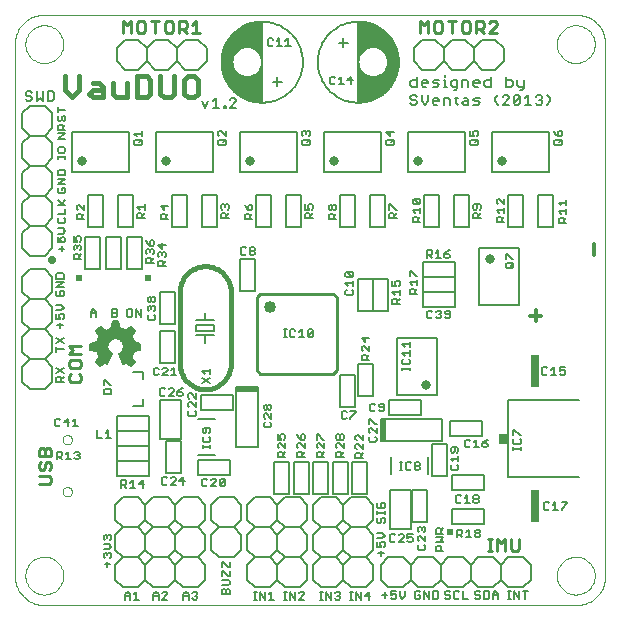
<source format=gto>
G75*
%MOIN*%
%OFA0B0*%
%FSLAX24Y24*%
%IPPOS*%
%LPD*%
%AMOC8*
5,1,8,0,0,1.08239X$1,22.5*
%
%ADD10C,0.0000*%
%ADD11C,0.0060*%
%ADD12C,0.0283*%
%ADD13C,0.0170*%
%ADD14C,0.0080*%
%ADD15R,0.0200X0.0200*%
%ADD16C,0.0320*%
%ADD17C,0.0100*%
%ADD18R,0.0300X0.0340*%
%ADD19C,0.0140*%
%ADD20C,0.0050*%
%ADD21R,0.0250X0.1100*%
%ADD22R,0.0160X0.0700*%
%ADD23R,0.0700X0.0160*%
%ADD24C,0.0160*%
%ADD25C,0.0400*%
D10*
X002834Y001872D02*
X002834Y019588D01*
X003189Y019588D02*
X003191Y019638D01*
X003197Y019688D01*
X003207Y019737D01*
X003221Y019785D01*
X003238Y019832D01*
X003259Y019877D01*
X003284Y019921D01*
X003312Y019962D01*
X003344Y020001D01*
X003378Y020038D01*
X003415Y020072D01*
X003455Y020102D01*
X003497Y020129D01*
X003541Y020153D01*
X003587Y020174D01*
X003634Y020190D01*
X003682Y020203D01*
X003732Y020212D01*
X003781Y020217D01*
X003832Y020218D01*
X003882Y020215D01*
X003931Y020208D01*
X003980Y020197D01*
X004028Y020182D01*
X004074Y020164D01*
X004119Y020142D01*
X004162Y020116D01*
X004203Y020087D01*
X004242Y020055D01*
X004278Y020020D01*
X004310Y019982D01*
X004340Y019942D01*
X004367Y019899D01*
X004390Y019855D01*
X004409Y019809D01*
X004425Y019761D01*
X004437Y019712D01*
X004445Y019663D01*
X004449Y019613D01*
X004449Y019563D01*
X004445Y019513D01*
X004437Y019464D01*
X004425Y019415D01*
X004409Y019367D01*
X004390Y019321D01*
X004367Y019277D01*
X004340Y019234D01*
X004310Y019194D01*
X004278Y019156D01*
X004242Y019121D01*
X004203Y019089D01*
X004162Y019060D01*
X004119Y019034D01*
X004074Y019012D01*
X004028Y018994D01*
X003980Y018979D01*
X003931Y018968D01*
X003882Y018961D01*
X003832Y018958D01*
X003781Y018959D01*
X003732Y018964D01*
X003682Y018973D01*
X003634Y018986D01*
X003587Y019002D01*
X003541Y019023D01*
X003497Y019047D01*
X003455Y019074D01*
X003415Y019104D01*
X003378Y019138D01*
X003344Y019175D01*
X003312Y019214D01*
X003284Y019255D01*
X003259Y019299D01*
X003238Y019344D01*
X003221Y019391D01*
X003207Y019439D01*
X003197Y019488D01*
X003191Y019538D01*
X003189Y019588D01*
X002835Y019588D02*
X002837Y019650D01*
X002843Y019711D01*
X002852Y019772D01*
X002866Y019833D01*
X002883Y019892D01*
X002904Y019950D01*
X002929Y020007D01*
X002957Y020062D01*
X002988Y020115D01*
X003023Y020166D01*
X003061Y020215D01*
X003102Y020262D01*
X003145Y020305D01*
X003192Y020346D01*
X003241Y020384D01*
X003292Y020419D01*
X003345Y020450D01*
X003400Y020478D01*
X003457Y020503D01*
X003515Y020524D01*
X003574Y020541D01*
X003635Y020555D01*
X003696Y020564D01*
X003757Y020570D01*
X003819Y020572D01*
X021535Y020572D01*
X020905Y019588D02*
X020907Y019638D01*
X020913Y019688D01*
X020923Y019737D01*
X020937Y019785D01*
X020954Y019832D01*
X020975Y019877D01*
X021000Y019921D01*
X021028Y019962D01*
X021060Y020001D01*
X021094Y020038D01*
X021131Y020072D01*
X021171Y020102D01*
X021213Y020129D01*
X021257Y020153D01*
X021303Y020174D01*
X021350Y020190D01*
X021398Y020203D01*
X021448Y020212D01*
X021497Y020217D01*
X021548Y020218D01*
X021598Y020215D01*
X021647Y020208D01*
X021696Y020197D01*
X021744Y020182D01*
X021790Y020164D01*
X021835Y020142D01*
X021878Y020116D01*
X021919Y020087D01*
X021958Y020055D01*
X021994Y020020D01*
X022026Y019982D01*
X022056Y019942D01*
X022083Y019899D01*
X022106Y019855D01*
X022125Y019809D01*
X022141Y019761D01*
X022153Y019712D01*
X022161Y019663D01*
X022165Y019613D01*
X022165Y019563D01*
X022161Y019513D01*
X022153Y019464D01*
X022141Y019415D01*
X022125Y019367D01*
X022106Y019321D01*
X022083Y019277D01*
X022056Y019234D01*
X022026Y019194D01*
X021994Y019156D01*
X021958Y019121D01*
X021919Y019089D01*
X021878Y019060D01*
X021835Y019034D01*
X021790Y019012D01*
X021744Y018994D01*
X021696Y018979D01*
X021647Y018968D01*
X021598Y018961D01*
X021548Y018958D01*
X021497Y018959D01*
X021448Y018964D01*
X021398Y018973D01*
X021350Y018986D01*
X021303Y019002D01*
X021257Y019023D01*
X021213Y019047D01*
X021171Y019074D01*
X021131Y019104D01*
X021094Y019138D01*
X021060Y019175D01*
X021028Y019214D01*
X021000Y019255D01*
X020975Y019299D01*
X020954Y019344D01*
X020937Y019391D01*
X020923Y019439D01*
X020913Y019488D01*
X020907Y019538D01*
X020905Y019588D01*
X021535Y020572D02*
X021597Y020570D01*
X021658Y020564D01*
X021719Y020555D01*
X021780Y020541D01*
X021839Y020524D01*
X021897Y020503D01*
X021954Y020478D01*
X022009Y020450D01*
X022062Y020419D01*
X022113Y020384D01*
X022162Y020346D01*
X022209Y020305D01*
X022252Y020262D01*
X022293Y020215D01*
X022331Y020166D01*
X022366Y020115D01*
X022397Y020062D01*
X022425Y020007D01*
X022450Y019950D01*
X022471Y019892D01*
X022488Y019833D01*
X022502Y019772D01*
X022511Y019711D01*
X022517Y019650D01*
X022519Y019588D01*
X022519Y001872D01*
X020905Y001872D02*
X020907Y001922D01*
X020913Y001972D01*
X020923Y002021D01*
X020937Y002069D01*
X020954Y002116D01*
X020975Y002161D01*
X021000Y002205D01*
X021028Y002246D01*
X021060Y002285D01*
X021094Y002322D01*
X021131Y002356D01*
X021171Y002386D01*
X021213Y002413D01*
X021257Y002437D01*
X021303Y002458D01*
X021350Y002474D01*
X021398Y002487D01*
X021448Y002496D01*
X021497Y002501D01*
X021548Y002502D01*
X021598Y002499D01*
X021647Y002492D01*
X021696Y002481D01*
X021744Y002466D01*
X021790Y002448D01*
X021835Y002426D01*
X021878Y002400D01*
X021919Y002371D01*
X021958Y002339D01*
X021994Y002304D01*
X022026Y002266D01*
X022056Y002226D01*
X022083Y002183D01*
X022106Y002139D01*
X022125Y002093D01*
X022141Y002045D01*
X022153Y001996D01*
X022161Y001947D01*
X022165Y001897D01*
X022165Y001847D01*
X022161Y001797D01*
X022153Y001748D01*
X022141Y001699D01*
X022125Y001651D01*
X022106Y001605D01*
X022083Y001561D01*
X022056Y001518D01*
X022026Y001478D01*
X021994Y001440D01*
X021958Y001405D01*
X021919Y001373D01*
X021878Y001344D01*
X021835Y001318D01*
X021790Y001296D01*
X021744Y001278D01*
X021696Y001263D01*
X021647Y001252D01*
X021598Y001245D01*
X021548Y001242D01*
X021497Y001243D01*
X021448Y001248D01*
X021398Y001257D01*
X021350Y001270D01*
X021303Y001286D01*
X021257Y001307D01*
X021213Y001331D01*
X021171Y001358D01*
X021131Y001388D01*
X021094Y001422D01*
X021060Y001459D01*
X021028Y001498D01*
X021000Y001539D01*
X020975Y001583D01*
X020954Y001628D01*
X020937Y001675D01*
X020923Y001723D01*
X020913Y001772D01*
X020907Y001822D01*
X020905Y001872D01*
X021535Y000888D02*
X021597Y000890D01*
X021658Y000896D01*
X021719Y000905D01*
X021780Y000919D01*
X021839Y000936D01*
X021897Y000957D01*
X021954Y000982D01*
X022009Y001010D01*
X022062Y001041D01*
X022113Y001076D01*
X022162Y001114D01*
X022209Y001155D01*
X022252Y001198D01*
X022293Y001245D01*
X022331Y001294D01*
X022366Y001345D01*
X022397Y001398D01*
X022425Y001453D01*
X022450Y001510D01*
X022471Y001568D01*
X022488Y001627D01*
X022502Y001688D01*
X022511Y001749D01*
X022517Y001810D01*
X022519Y001872D01*
X021535Y000887D02*
X003819Y000887D01*
X003189Y001872D02*
X003191Y001922D01*
X003197Y001972D01*
X003207Y002021D01*
X003221Y002069D01*
X003238Y002116D01*
X003259Y002161D01*
X003284Y002205D01*
X003312Y002246D01*
X003344Y002285D01*
X003378Y002322D01*
X003415Y002356D01*
X003455Y002386D01*
X003497Y002413D01*
X003541Y002437D01*
X003587Y002458D01*
X003634Y002474D01*
X003682Y002487D01*
X003732Y002496D01*
X003781Y002501D01*
X003832Y002502D01*
X003882Y002499D01*
X003931Y002492D01*
X003980Y002481D01*
X004028Y002466D01*
X004074Y002448D01*
X004119Y002426D01*
X004162Y002400D01*
X004203Y002371D01*
X004242Y002339D01*
X004278Y002304D01*
X004310Y002266D01*
X004340Y002226D01*
X004367Y002183D01*
X004390Y002139D01*
X004409Y002093D01*
X004425Y002045D01*
X004437Y001996D01*
X004445Y001947D01*
X004449Y001897D01*
X004449Y001847D01*
X004445Y001797D01*
X004437Y001748D01*
X004425Y001699D01*
X004409Y001651D01*
X004390Y001605D01*
X004367Y001561D01*
X004340Y001518D01*
X004310Y001478D01*
X004278Y001440D01*
X004242Y001405D01*
X004203Y001373D01*
X004162Y001344D01*
X004119Y001318D01*
X004074Y001296D01*
X004028Y001278D01*
X003980Y001263D01*
X003931Y001252D01*
X003882Y001245D01*
X003832Y001242D01*
X003781Y001243D01*
X003732Y001248D01*
X003682Y001257D01*
X003634Y001270D01*
X003587Y001286D01*
X003541Y001307D01*
X003497Y001331D01*
X003455Y001358D01*
X003415Y001388D01*
X003378Y001422D01*
X003344Y001459D01*
X003312Y001498D01*
X003284Y001539D01*
X003259Y001583D01*
X003238Y001628D01*
X003221Y001675D01*
X003207Y001723D01*
X003197Y001772D01*
X003191Y001822D01*
X003189Y001872D01*
X002835Y001872D02*
X002837Y001810D01*
X002843Y001749D01*
X002852Y001688D01*
X002866Y001627D01*
X002883Y001568D01*
X002904Y001510D01*
X002929Y001453D01*
X002957Y001398D01*
X002988Y001345D01*
X003023Y001294D01*
X003061Y001245D01*
X003102Y001198D01*
X003145Y001155D01*
X003192Y001114D01*
X003241Y001076D01*
X003292Y001041D01*
X003345Y001010D01*
X003400Y000982D01*
X003457Y000957D01*
X003515Y000936D01*
X003574Y000919D01*
X003635Y000905D01*
X003696Y000896D01*
X003757Y000890D01*
X003819Y000888D01*
X004427Y004671D02*
X004429Y004696D01*
X004435Y004720D01*
X004444Y004742D01*
X004457Y004763D01*
X004473Y004782D01*
X004492Y004798D01*
X004513Y004811D01*
X004535Y004820D01*
X004559Y004826D01*
X004584Y004828D01*
X004609Y004826D01*
X004633Y004820D01*
X004655Y004811D01*
X004676Y004798D01*
X004695Y004782D01*
X004711Y004763D01*
X004724Y004742D01*
X004733Y004720D01*
X004739Y004696D01*
X004741Y004671D01*
X004739Y004646D01*
X004733Y004622D01*
X004724Y004600D01*
X004711Y004579D01*
X004695Y004560D01*
X004676Y004544D01*
X004655Y004531D01*
X004633Y004522D01*
X004609Y004516D01*
X004584Y004514D01*
X004559Y004516D01*
X004535Y004522D01*
X004513Y004531D01*
X004492Y004544D01*
X004473Y004560D01*
X004457Y004579D01*
X004444Y004600D01*
X004435Y004622D01*
X004429Y004646D01*
X004427Y004671D01*
X004427Y006404D02*
X004429Y006429D01*
X004435Y006453D01*
X004444Y006475D01*
X004457Y006496D01*
X004473Y006515D01*
X004492Y006531D01*
X004513Y006544D01*
X004535Y006553D01*
X004559Y006559D01*
X004584Y006561D01*
X004609Y006559D01*
X004633Y006553D01*
X004655Y006544D01*
X004676Y006531D01*
X004695Y006515D01*
X004711Y006496D01*
X004724Y006475D01*
X004733Y006453D01*
X004739Y006429D01*
X004741Y006404D01*
X004739Y006379D01*
X004733Y006355D01*
X004724Y006333D01*
X004711Y006312D01*
X004695Y006293D01*
X004676Y006277D01*
X004655Y006264D01*
X004633Y006255D01*
X004609Y006249D01*
X004584Y006247D01*
X004559Y006249D01*
X004535Y006255D01*
X004513Y006264D01*
X004492Y006277D01*
X004473Y006293D01*
X004457Y006312D01*
X004444Y006333D01*
X004435Y006355D01*
X004429Y006379D01*
X004427Y006404D01*
D11*
X004360Y006008D02*
X004230Y006008D01*
X004230Y005747D01*
X004230Y005834D02*
X004360Y005834D01*
X004404Y005878D01*
X004404Y005964D01*
X004360Y006008D01*
X004317Y005834D02*
X004404Y005747D01*
X004525Y005747D02*
X004698Y005747D01*
X004612Y005747D02*
X004612Y006008D01*
X004525Y005921D01*
X004820Y005964D02*
X004863Y006008D01*
X004950Y006008D01*
X004993Y005964D01*
X004993Y005921D01*
X004950Y005878D01*
X004993Y005834D01*
X004993Y005791D01*
X004950Y005747D01*
X004863Y005747D01*
X004820Y005791D01*
X004906Y005878D02*
X004950Y005878D01*
X005575Y006460D02*
X005575Y006720D01*
X005575Y006460D02*
X005748Y006460D01*
X005870Y006460D02*
X006043Y006460D01*
X005956Y006460D02*
X005956Y006720D01*
X005870Y006633D01*
X006254Y006687D02*
X006254Y007187D01*
X007314Y007187D01*
X007314Y006687D01*
X006254Y006687D01*
X007314Y006687D01*
X007314Y006187D01*
X006254Y006187D01*
X006254Y006687D01*
X006254Y006187D02*
X007314Y006187D01*
X007314Y005687D01*
X007314Y005187D01*
X006254Y005187D01*
X006254Y005687D01*
X007314Y005687D01*
X006254Y005687D01*
X006254Y006187D01*
X006380Y005058D02*
X006510Y005058D01*
X006554Y005014D01*
X006554Y004928D01*
X006510Y004884D01*
X006380Y004884D01*
X006380Y004797D02*
X006380Y005058D01*
X006467Y004884D02*
X006554Y004797D01*
X006675Y004797D02*
X006848Y004797D01*
X006762Y004797D02*
X006762Y005058D01*
X006675Y004971D01*
X006970Y004928D02*
X007143Y004928D01*
X007100Y005058D02*
X006970Y004928D01*
X007100Y005058D02*
X007100Y004797D01*
X006934Y004487D02*
X007184Y004237D01*
X007184Y003737D01*
X007434Y003487D01*
X007184Y003237D01*
X007184Y002737D01*
X007434Y002487D01*
X007184Y002237D01*
X007184Y001737D01*
X007434Y001487D01*
X007934Y001487D01*
X008184Y001737D01*
X008184Y002237D01*
X008434Y002487D01*
X008184Y002737D01*
X008184Y003237D01*
X008434Y003487D01*
X008184Y003737D01*
X008184Y004237D01*
X008434Y004487D01*
X008934Y004487D01*
X009184Y004237D01*
X009184Y003737D01*
X008934Y003487D01*
X009184Y003237D01*
X009184Y002737D01*
X008934Y002487D01*
X009184Y002237D01*
X009184Y001737D01*
X008934Y001487D01*
X008434Y001487D01*
X008184Y001737D01*
X008184Y002237D01*
X007934Y002487D01*
X007434Y002487D01*
X007184Y002237D02*
X007184Y001737D01*
X006934Y001487D01*
X006434Y001487D01*
X006184Y001737D01*
X006184Y002237D01*
X006434Y002487D01*
X006184Y002737D01*
X006184Y003237D01*
X006434Y003487D01*
X006184Y003737D01*
X006184Y004237D01*
X006434Y004487D01*
X006934Y004487D01*
X007184Y004237D02*
X007434Y004487D01*
X007934Y004487D01*
X008184Y004237D01*
X008184Y003737D01*
X007934Y003487D01*
X008184Y003237D01*
X008184Y002737D01*
X007934Y002487D01*
X008434Y002487D02*
X008934Y002487D01*
X009384Y002737D02*
X009634Y002487D01*
X010134Y002487D01*
X010384Y002737D01*
X010384Y003237D01*
X010134Y003487D01*
X010384Y003737D01*
X010384Y004237D01*
X010134Y004487D01*
X009634Y004487D01*
X009384Y004237D01*
X009384Y003737D01*
X009634Y003487D01*
X010134Y003487D01*
X010584Y003237D02*
X010834Y003487D01*
X010584Y003737D01*
X010584Y004237D01*
X010834Y004487D01*
X011334Y004487D01*
X011584Y004237D01*
X011584Y003737D01*
X011334Y003487D01*
X011584Y003237D01*
X011584Y002737D01*
X011334Y002487D01*
X011584Y002237D01*
X011584Y001737D01*
X011334Y001487D01*
X010834Y001487D01*
X010584Y001737D01*
X010584Y002237D01*
X010834Y002487D01*
X010584Y002737D01*
X010584Y003237D01*
X010834Y003487D02*
X011334Y003487D01*
X011584Y003237D02*
X011834Y003487D01*
X011584Y003737D01*
X011584Y004237D01*
X011834Y004487D01*
X012334Y004487D01*
X012584Y004237D01*
X012584Y003737D01*
X012334Y003487D01*
X012584Y003237D01*
X012584Y002737D01*
X012334Y002487D01*
X012584Y002237D01*
X012584Y001737D01*
X012334Y001487D01*
X011834Y001487D01*
X011584Y001737D01*
X011584Y002237D01*
X011834Y002487D01*
X011584Y002737D01*
X011584Y003237D01*
X011834Y003487D02*
X012334Y003487D01*
X012784Y003237D02*
X013034Y003487D01*
X012784Y003737D01*
X012784Y004237D01*
X013034Y004487D01*
X013534Y004487D01*
X013784Y004237D01*
X013784Y003737D01*
X013534Y003487D01*
X013784Y003237D01*
X013784Y002737D01*
X013534Y002487D01*
X013784Y002237D01*
X013784Y001737D01*
X013534Y001487D01*
X013034Y001487D01*
X012784Y001737D01*
X012784Y002237D01*
X013034Y002487D01*
X012784Y002737D01*
X012784Y003237D01*
X013034Y003487D02*
X013534Y003487D01*
X013784Y003237D02*
X014034Y003487D01*
X013784Y003737D01*
X013784Y004237D01*
X014034Y004487D01*
X014534Y004487D01*
X014784Y004237D01*
X014784Y003737D01*
X014534Y003487D01*
X014784Y003237D01*
X014784Y002737D01*
X014534Y002487D01*
X014784Y002237D01*
X014784Y001737D01*
X014534Y001487D01*
X014034Y001487D01*
X013784Y001737D01*
X013784Y002237D01*
X014034Y002487D01*
X013784Y002737D01*
X013784Y003237D01*
X014034Y003487D02*
X014534Y003487D01*
X014914Y003675D02*
X014914Y003762D01*
X014957Y003805D01*
X015044Y003762D02*
X015088Y003805D01*
X015131Y003805D01*
X015174Y003762D01*
X015174Y003675D01*
X015131Y003632D01*
X015044Y003675D02*
X015044Y003762D01*
X015044Y003675D02*
X015001Y003632D01*
X014957Y003632D01*
X014914Y003675D01*
X014914Y003926D02*
X014914Y004013D01*
X014914Y003970D02*
X015174Y003970D01*
X015174Y004013D02*
X015174Y003926D01*
X015131Y004123D02*
X014957Y004123D01*
X014914Y004166D01*
X014914Y004253D01*
X014957Y004296D01*
X015044Y004296D02*
X015044Y004209D01*
X015044Y004296D02*
X015131Y004296D01*
X015174Y004253D01*
X015174Y004166D01*
X015131Y004123D01*
X014584Y004607D02*
X014084Y004607D01*
X014084Y005667D01*
X014584Y005667D01*
X014584Y004607D01*
X015334Y004737D02*
X016034Y004737D01*
X016034Y003437D01*
X015334Y003437D01*
X015334Y004737D01*
X015376Y005257D02*
X015376Y005818D01*
X015668Y005658D02*
X015755Y005658D01*
X015711Y005658D02*
X015711Y005397D01*
X015668Y005397D02*
X015755Y005397D01*
X015864Y005441D02*
X015908Y005397D01*
X015994Y005397D01*
X016038Y005441D01*
X016159Y005441D02*
X016159Y005484D01*
X016202Y005528D01*
X016289Y005528D01*
X016333Y005484D01*
X016333Y005441D01*
X016289Y005397D01*
X016202Y005397D01*
X016159Y005441D01*
X016202Y005528D02*
X016159Y005571D01*
X016159Y005614D01*
X016202Y005658D01*
X016289Y005658D01*
X016333Y005614D01*
X016333Y005571D01*
X016289Y005528D01*
X016038Y005614D02*
X015994Y005658D01*
X015908Y005658D01*
X015864Y005614D01*
X015864Y005441D01*
X016592Y005257D02*
X016592Y005818D01*
X016734Y006267D02*
X016734Y005207D01*
X017234Y005207D01*
X017234Y006267D01*
X016734Y006267D01*
X017060Y006363D02*
X015048Y006363D01*
X015048Y007111D01*
X017060Y007111D01*
X017060Y006363D01*
X017354Y006537D02*
X017354Y007037D01*
X018414Y007037D01*
X018414Y006537D01*
X017354Y006537D01*
X017407Y006146D02*
X017364Y006103D01*
X017364Y006016D01*
X017407Y005973D01*
X017451Y005973D01*
X017494Y006016D01*
X017494Y006146D01*
X017581Y006146D02*
X017407Y006146D01*
X017581Y006146D02*
X017624Y006103D01*
X017624Y006016D01*
X017581Y005973D01*
X017624Y005852D02*
X017624Y005678D01*
X017624Y005765D02*
X017364Y005765D01*
X017451Y005678D01*
X017407Y005557D02*
X017364Y005514D01*
X017364Y005427D01*
X017407Y005383D01*
X017581Y005383D01*
X017624Y005427D01*
X017624Y005514D01*
X017581Y005557D01*
X017404Y005237D02*
X018464Y005237D01*
X018464Y004737D01*
X017404Y004737D01*
X017404Y005237D01*
X017574Y004558D02*
X017530Y004514D01*
X017530Y004341D01*
X017574Y004297D01*
X017660Y004297D01*
X017704Y004341D01*
X017825Y004297D02*
X017998Y004297D01*
X017912Y004297D02*
X017912Y004558D01*
X017825Y004471D01*
X017704Y004514D02*
X017660Y004558D01*
X017574Y004558D01*
X017404Y004087D02*
X017404Y003587D01*
X018464Y003587D01*
X018464Y004087D01*
X017404Y004087D01*
X017124Y003446D02*
X017038Y003359D01*
X017038Y003403D02*
X017038Y003273D01*
X017124Y003273D02*
X016864Y003273D01*
X016864Y003403D01*
X016907Y003446D01*
X016994Y003446D01*
X017038Y003403D01*
X017124Y003152D02*
X016864Y003152D01*
X016864Y002978D02*
X017124Y002978D01*
X017038Y003065D01*
X017124Y003152D01*
X016994Y002857D02*
X016907Y002857D01*
X016864Y002814D01*
X016864Y002683D01*
X017124Y002683D01*
X017038Y002683D02*
X017038Y002814D01*
X016994Y002857D01*
X016784Y002487D02*
X016284Y002487D01*
X016034Y002237D01*
X015784Y002487D01*
X015284Y002487D01*
X015034Y002237D01*
X015034Y001737D01*
X015284Y001487D01*
X015784Y001487D01*
X016034Y001737D01*
X016034Y002237D01*
X016034Y001737D02*
X016284Y001487D01*
X016784Y001487D01*
X017034Y001737D01*
X017034Y002237D01*
X016784Y002487D01*
X017034Y002237D02*
X017284Y002487D01*
X017784Y002487D01*
X018034Y002237D01*
X018284Y002487D01*
X018784Y002487D01*
X019034Y002237D01*
X019284Y002487D01*
X019784Y002487D01*
X020034Y002237D01*
X020034Y001737D01*
X019784Y001487D01*
X019284Y001487D01*
X019034Y001737D01*
X018784Y001487D01*
X018284Y001487D01*
X018034Y001737D01*
X018034Y002237D01*
X018034Y001737D02*
X017784Y001487D01*
X017284Y001487D01*
X017034Y001737D01*
X016900Y001358D02*
X016770Y001358D01*
X016770Y001097D01*
X016900Y001097D01*
X016943Y001141D01*
X016943Y001314D01*
X016900Y001358D01*
X016648Y001358D02*
X016648Y001097D01*
X016475Y001358D01*
X016475Y001097D01*
X016354Y001141D02*
X016354Y001228D01*
X016267Y001228D01*
X016180Y001314D02*
X016180Y001141D01*
X016224Y001097D01*
X016310Y001097D01*
X016354Y001141D01*
X016354Y001314D02*
X016310Y001358D01*
X016224Y001358D01*
X016180Y001314D01*
X015843Y001358D02*
X015843Y001184D01*
X015756Y001097D01*
X015670Y001184D01*
X015670Y001358D01*
X015548Y001358D02*
X015375Y001358D01*
X015375Y001228D01*
X015462Y001271D01*
X015505Y001271D01*
X015548Y001228D01*
X015548Y001141D01*
X015505Y001097D01*
X015418Y001097D01*
X015375Y001141D01*
X015254Y001228D02*
X015080Y001228D01*
X015167Y001314D02*
X015167Y001141D01*
X014673Y001208D02*
X014500Y001208D01*
X014630Y001338D01*
X014630Y001077D01*
X014378Y001077D02*
X014378Y001338D01*
X014205Y001338D02*
X014205Y001077D01*
X014095Y001077D02*
X014009Y001077D01*
X014052Y001077D02*
X014052Y001338D01*
X014009Y001338D02*
X014095Y001338D01*
X014205Y001338D02*
X014378Y001077D01*
X013673Y001121D02*
X013630Y001077D01*
X013543Y001077D01*
X013500Y001121D01*
X013586Y001208D02*
X013630Y001208D01*
X013673Y001164D01*
X013673Y001121D01*
X013630Y001208D02*
X013673Y001251D01*
X013673Y001294D01*
X013630Y001338D01*
X013543Y001338D01*
X013500Y001294D01*
X013378Y001338D02*
X013378Y001077D01*
X013205Y001338D01*
X013205Y001077D01*
X013095Y001077D02*
X013009Y001077D01*
X013052Y001077D02*
X013052Y001338D01*
X013009Y001338D02*
X013095Y001338D01*
X012473Y001294D02*
X012430Y001338D01*
X012343Y001338D01*
X012300Y001294D01*
X012178Y001338D02*
X012178Y001077D01*
X012005Y001338D01*
X012005Y001077D01*
X011895Y001077D02*
X011809Y001077D01*
X011852Y001077D02*
X011852Y001338D01*
X011809Y001338D02*
X011895Y001338D01*
X011473Y001077D02*
X011300Y001077D01*
X011386Y001077D02*
X011386Y001338D01*
X011300Y001251D01*
X011178Y001338D02*
X011178Y001077D01*
X011005Y001338D01*
X011005Y001077D01*
X010895Y001077D02*
X010809Y001077D01*
X010852Y001077D02*
X010852Y001338D01*
X010809Y001338D02*
X010895Y001338D01*
X009994Y001399D02*
X009994Y001269D01*
X009734Y001269D01*
X009734Y001399D01*
X009777Y001442D01*
X009821Y001442D01*
X009864Y001399D01*
X009864Y001269D01*
X009864Y001399D02*
X009908Y001442D01*
X009951Y001442D01*
X009994Y001399D01*
X009951Y001563D02*
X009734Y001563D01*
X009734Y001737D02*
X009951Y001737D01*
X009994Y001694D01*
X009994Y001607D01*
X009951Y001563D01*
X009951Y001858D02*
X009994Y001858D01*
X009994Y002032D01*
X009994Y002153D02*
X009994Y002326D01*
X009994Y002153D02*
X009951Y002153D01*
X009777Y002326D01*
X009734Y002326D01*
X009734Y002153D01*
X009734Y002032D02*
X009777Y002032D01*
X009951Y001858D01*
X009734Y001858D02*
X009734Y002032D01*
X009384Y002737D02*
X009384Y003237D01*
X009634Y003487D01*
X008934Y003487D02*
X008434Y003487D01*
X007934Y003487D02*
X007434Y003487D01*
X007184Y003237D02*
X007184Y002737D01*
X006934Y002487D01*
X007184Y002237D01*
X006934Y002487D02*
X006434Y002487D01*
X006054Y002505D02*
X006011Y002462D01*
X006054Y002505D02*
X006054Y002592D01*
X006011Y002636D01*
X005968Y002636D01*
X005924Y002592D01*
X005924Y002549D01*
X005924Y002592D02*
X005881Y002636D01*
X005837Y002636D01*
X005794Y002592D01*
X005794Y002505D01*
X005837Y002462D01*
X005924Y002341D02*
X005924Y002167D01*
X005837Y002254D02*
X006011Y002254D01*
X005968Y002757D02*
X005794Y002757D01*
X005794Y002930D02*
X005968Y002930D01*
X006054Y002843D01*
X005968Y002757D01*
X006011Y003051D02*
X006054Y003095D01*
X006054Y003181D01*
X006011Y003225D01*
X005968Y003225D01*
X005924Y003181D01*
X005924Y003138D01*
X005924Y003181D02*
X005881Y003225D01*
X005837Y003225D01*
X005794Y003181D01*
X005794Y003095D01*
X005837Y003051D01*
X006434Y003487D02*
X006934Y003487D01*
X007184Y003237D01*
X006934Y003487D02*
X007184Y003737D01*
X007184Y004237D01*
X007774Y004897D02*
X007860Y004897D01*
X007904Y004941D01*
X008025Y004897D02*
X008198Y005071D01*
X008198Y005114D01*
X008155Y005158D01*
X008068Y005158D01*
X008025Y005114D01*
X007904Y005114D02*
X007860Y005158D01*
X007774Y005158D01*
X007730Y005114D01*
X007730Y004941D01*
X007774Y004897D01*
X008025Y004897D02*
X008198Y004897D01*
X008320Y005028D02*
X008493Y005028D01*
X008450Y005158D02*
X008450Y004897D01*
X008320Y005028D02*
X008450Y005158D01*
X008384Y005307D02*
X007884Y005307D01*
X007884Y006367D01*
X008384Y006367D01*
X008384Y005307D01*
X008954Y005237D02*
X008954Y005737D01*
X010014Y005737D01*
X010014Y005237D01*
X008954Y005237D01*
X009124Y005108D02*
X009080Y005064D01*
X009080Y004891D01*
X009124Y004847D01*
X009210Y004847D01*
X009254Y004891D01*
X009375Y004847D02*
X009548Y005021D01*
X009548Y005064D01*
X009505Y005108D01*
X009418Y005108D01*
X009375Y005064D01*
X009254Y005064D02*
X009210Y005108D01*
X009124Y005108D01*
X009375Y004847D02*
X009548Y004847D01*
X009670Y004891D02*
X009843Y005064D01*
X009843Y004891D01*
X009800Y004847D01*
X009713Y004847D01*
X009670Y004891D01*
X009670Y005064D01*
X009713Y005108D01*
X009800Y005108D01*
X009843Y005064D01*
X009515Y005880D02*
X008954Y005880D01*
X009094Y006128D02*
X009094Y006215D01*
X009094Y006171D02*
X009354Y006171D01*
X009354Y006128D02*
X009354Y006215D01*
X009311Y006324D02*
X009137Y006324D01*
X009094Y006368D01*
X009094Y006455D01*
X009137Y006498D01*
X009137Y006619D02*
X009181Y006619D01*
X009224Y006662D01*
X009224Y006793D01*
X009137Y006793D02*
X009094Y006749D01*
X009094Y006662D01*
X009137Y006619D01*
X009137Y006793D02*
X009311Y006793D01*
X009354Y006749D01*
X009354Y006662D01*
X009311Y006619D01*
X009311Y006498D02*
X009354Y006455D01*
X009354Y006368D01*
X009311Y006324D01*
X009515Y007095D02*
X008954Y007095D01*
X008831Y007183D02*
X008874Y007227D01*
X008874Y007314D01*
X008831Y007357D01*
X008874Y007478D02*
X008701Y007652D01*
X008657Y007652D01*
X008614Y007608D01*
X008614Y007521D01*
X008657Y007478D01*
X008657Y007357D02*
X008614Y007314D01*
X008614Y007227D01*
X008657Y007183D01*
X008831Y007183D01*
X008874Y007478D02*
X008874Y007652D01*
X008874Y007773D02*
X008701Y007946D01*
X008657Y007946D01*
X008614Y007903D01*
X008614Y007816D01*
X008657Y007773D01*
X008874Y007773D02*
X008874Y007946D01*
X009054Y007887D02*
X010114Y007887D01*
X010114Y007387D01*
X009054Y007387D01*
X009054Y007887D01*
X009082Y008303D02*
X009342Y008476D01*
X009342Y008597D02*
X009342Y008771D01*
X009342Y008684D02*
X009082Y008684D01*
X009168Y008597D01*
X009082Y008476D02*
X009342Y008303D01*
X010210Y008173D02*
X010958Y008173D01*
X010958Y006162D01*
X010210Y006162D01*
X010210Y008173D01*
X011127Y007533D02*
X011127Y007446D01*
X011170Y007403D01*
X011213Y007403D01*
X011257Y007446D01*
X011257Y007533D01*
X011300Y007576D01*
X011344Y007576D01*
X011387Y007533D01*
X011387Y007446D01*
X011344Y007403D01*
X011300Y007403D01*
X011257Y007446D01*
X011257Y007533D02*
X011213Y007576D01*
X011170Y007576D01*
X011127Y007533D01*
X011170Y007281D02*
X011127Y007238D01*
X011127Y007151D01*
X011170Y007108D01*
X011170Y006987D02*
X011127Y006943D01*
X011127Y006857D01*
X011170Y006813D01*
X011344Y006813D01*
X011387Y006857D01*
X011387Y006943D01*
X011344Y006987D01*
X011387Y007108D02*
X011213Y007281D01*
X011170Y007281D01*
X011387Y007281D02*
X011387Y007108D01*
X011594Y006580D02*
X011594Y006407D01*
X011724Y006407D01*
X011681Y006493D01*
X011681Y006537D01*
X011724Y006580D01*
X011811Y006580D01*
X011854Y006537D01*
X011854Y006450D01*
X011811Y006407D01*
X011854Y006286D02*
X011854Y006112D01*
X011681Y006286D01*
X011637Y006286D01*
X011594Y006242D01*
X011594Y006155D01*
X011637Y006112D01*
X011637Y005991D02*
X011724Y005991D01*
X011768Y005948D01*
X011768Y005817D01*
X011854Y005817D02*
X011594Y005817D01*
X011594Y005948D01*
X011637Y005991D01*
X011768Y005904D02*
X011854Y005991D01*
X011984Y005667D02*
X011484Y005667D01*
X011484Y004607D01*
X011984Y004607D01*
X011984Y005667D01*
X012134Y005667D02*
X012634Y005667D01*
X012634Y004607D01*
X012134Y004607D01*
X012134Y005667D01*
X012244Y005817D02*
X012244Y005948D01*
X012287Y005991D01*
X012374Y005991D01*
X012418Y005948D01*
X012418Y005817D01*
X012504Y005817D02*
X012244Y005817D01*
X012418Y005904D02*
X012504Y005991D01*
X012504Y006112D02*
X012331Y006286D01*
X012287Y006286D01*
X012244Y006242D01*
X012244Y006155D01*
X012287Y006112D01*
X012504Y006112D02*
X012504Y006286D01*
X012461Y006407D02*
X012374Y006407D01*
X012374Y006537D01*
X012418Y006580D01*
X012461Y006580D01*
X012504Y006537D01*
X012504Y006450D01*
X012461Y006407D01*
X012374Y006407D02*
X012287Y006493D01*
X012244Y006580D01*
X012894Y006580D02*
X012894Y006407D01*
X012937Y006286D02*
X012894Y006242D01*
X012894Y006155D01*
X012937Y006112D01*
X012937Y005991D02*
X013024Y005991D01*
X013068Y005948D01*
X013068Y005817D01*
X013154Y005817D02*
X012894Y005817D01*
X012894Y005948D01*
X012937Y005991D01*
X013068Y005904D02*
X013154Y005991D01*
X013154Y006112D02*
X012981Y006286D01*
X012937Y006286D01*
X013111Y006407D02*
X013154Y006407D01*
X013111Y006407D02*
X012937Y006580D01*
X012894Y006580D01*
X013154Y006286D02*
X013154Y006112D01*
X013544Y006155D02*
X013587Y006112D01*
X013544Y006155D02*
X013544Y006242D01*
X013587Y006286D01*
X013631Y006286D01*
X013804Y006112D01*
X013804Y006286D01*
X013761Y006407D02*
X013718Y006407D01*
X013674Y006450D01*
X013674Y006537D01*
X013718Y006580D01*
X013761Y006580D01*
X013804Y006537D01*
X013804Y006450D01*
X013761Y006407D01*
X013674Y006450D02*
X013631Y006407D01*
X013587Y006407D01*
X013544Y006450D01*
X013544Y006537D01*
X013587Y006580D01*
X013631Y006580D01*
X013674Y006537D01*
X014189Y006510D02*
X014189Y006423D01*
X014232Y006379D01*
X014232Y006258D02*
X014189Y006215D01*
X014189Y006128D01*
X014232Y006085D01*
X014232Y005964D02*
X014319Y005964D01*
X014363Y005920D01*
X014363Y005790D01*
X014449Y005790D02*
X014189Y005790D01*
X014189Y005920D01*
X014232Y005964D01*
X014363Y005877D02*
X014449Y005964D01*
X014449Y006085D02*
X014276Y006258D01*
X014232Y006258D01*
X014449Y006258D02*
X014449Y006085D01*
X014449Y006379D02*
X014276Y006553D01*
X014232Y006553D01*
X014189Y006510D01*
X014449Y006553D02*
X014449Y006379D01*
X014631Y006381D02*
X014675Y006337D01*
X014848Y006337D01*
X014892Y006381D01*
X014892Y006468D01*
X014848Y006511D01*
X014892Y006632D02*
X014718Y006806D01*
X014675Y006806D01*
X014631Y006762D01*
X014631Y006676D01*
X014675Y006632D01*
X014675Y006511D02*
X014631Y006468D01*
X014631Y006381D01*
X014892Y006632D02*
X014892Y006806D01*
X014892Y006927D02*
X014848Y006927D01*
X014675Y007100D01*
X014631Y007100D01*
X014631Y006927D01*
X014718Y007347D02*
X014805Y007347D01*
X014848Y007391D01*
X014970Y007391D02*
X015013Y007347D01*
X015100Y007347D01*
X015143Y007391D01*
X015143Y007564D01*
X015100Y007608D01*
X015013Y007608D01*
X014970Y007564D01*
X014970Y007521D01*
X015013Y007478D01*
X015143Y007478D01*
X015304Y007237D02*
X015304Y007737D01*
X016364Y007737D01*
X016364Y007237D01*
X015304Y007237D01*
X014848Y007564D02*
X014805Y007608D01*
X014718Y007608D01*
X014675Y007564D01*
X014675Y007391D01*
X014718Y007347D01*
X014784Y007857D02*
X014284Y007857D01*
X014284Y008917D01*
X014784Y008917D01*
X014784Y007857D01*
X014184Y007507D02*
X013684Y007507D01*
X013684Y008567D01*
X014184Y008567D01*
X014184Y007507D01*
X014193Y007358D02*
X014020Y007358D01*
X013898Y007314D02*
X013855Y007358D01*
X013768Y007358D01*
X013725Y007314D01*
X013725Y007141D01*
X013768Y007097D01*
X013855Y007097D01*
X013898Y007141D01*
X014020Y007141D02*
X014020Y007097D01*
X014020Y007141D02*
X014193Y007314D01*
X014193Y007358D01*
X013804Y005991D02*
X013718Y005904D01*
X013718Y005948D02*
X013718Y005817D01*
X013804Y005817D02*
X013544Y005817D01*
X013544Y005948D01*
X013587Y005991D01*
X013674Y005991D01*
X013718Y005948D01*
X013934Y005667D02*
X013434Y005667D01*
X013434Y004607D01*
X013934Y004607D01*
X013934Y005667D01*
X013284Y005667D02*
X012784Y005667D01*
X012784Y004607D01*
X013284Y004607D01*
X013284Y005667D01*
X014914Y003296D02*
X015088Y003296D01*
X015174Y003209D01*
X015088Y003123D01*
X014914Y003123D01*
X014914Y003002D02*
X014914Y002828D01*
X015044Y002828D01*
X015001Y002915D01*
X015001Y002958D01*
X015044Y003002D01*
X015131Y003002D01*
X015174Y002958D01*
X015174Y002871D01*
X015131Y002828D01*
X015044Y002707D02*
X015044Y002533D01*
X014957Y002620D02*
X015131Y002620D01*
X015374Y002997D02*
X015330Y003041D01*
X015330Y003214D01*
X015374Y003258D01*
X015460Y003258D01*
X015504Y003214D01*
X015625Y003214D02*
X015668Y003258D01*
X015755Y003258D01*
X015798Y003214D01*
X015798Y003171D01*
X015625Y002997D01*
X015798Y002997D01*
X015920Y003041D02*
X015963Y002997D01*
X016050Y002997D01*
X016093Y003041D01*
X016093Y003128D01*
X016050Y003171D01*
X016006Y003171D01*
X015920Y003128D01*
X015920Y003258D01*
X016093Y003258D01*
X016264Y003158D02*
X016264Y003071D01*
X016307Y003028D01*
X016307Y002907D02*
X016264Y002864D01*
X016264Y002777D01*
X016307Y002733D01*
X016481Y002733D01*
X016524Y002777D01*
X016524Y002864D01*
X016481Y002907D01*
X016524Y003028D02*
X016351Y003202D01*
X016307Y003202D01*
X016264Y003158D01*
X016307Y003323D02*
X016264Y003366D01*
X016264Y003453D01*
X016307Y003496D01*
X016351Y003496D01*
X016394Y003453D01*
X016438Y003496D01*
X016481Y003496D01*
X016524Y003453D01*
X016524Y003366D01*
X016481Y003323D01*
X016394Y003409D02*
X016394Y003453D01*
X016584Y003657D02*
X016084Y003657D01*
X016084Y004717D01*
X016584Y004717D01*
X016584Y003657D01*
X016524Y003202D02*
X016524Y003028D01*
X015504Y003041D02*
X015460Y002997D01*
X015374Y002997D01*
X014534Y002487D02*
X014034Y002487D01*
X013534Y002487D02*
X013034Y002487D01*
X012334Y002487D02*
X011834Y002487D01*
X011334Y002487D02*
X010834Y002487D01*
X012300Y001077D02*
X012473Y001251D01*
X012473Y001294D01*
X012473Y001077D02*
X012300Y001077D01*
X008923Y001121D02*
X008880Y001077D01*
X008793Y001077D01*
X008750Y001121D01*
X008836Y001208D02*
X008880Y001208D01*
X008923Y001164D01*
X008923Y001121D01*
X008880Y001208D02*
X008923Y001251D01*
X008923Y001294D01*
X008880Y001338D01*
X008793Y001338D01*
X008750Y001294D01*
X008628Y001251D02*
X008628Y001077D01*
X008628Y001208D02*
X008455Y001208D01*
X008455Y001251D02*
X008542Y001338D01*
X008628Y001251D01*
X008455Y001251D02*
X008455Y001077D01*
X007923Y001077D02*
X007750Y001077D01*
X007923Y001251D01*
X007923Y001294D01*
X007880Y001338D01*
X007793Y001338D01*
X007750Y001294D01*
X007628Y001251D02*
X007628Y001077D01*
X007628Y001208D02*
X007455Y001208D01*
X007455Y001251D02*
X007542Y001338D01*
X007628Y001251D01*
X007455Y001251D02*
X007455Y001077D01*
X006973Y001077D02*
X006800Y001077D01*
X006886Y001077D02*
X006886Y001338D01*
X006800Y001251D01*
X006678Y001251D02*
X006678Y001077D01*
X006678Y001208D02*
X006505Y001208D01*
X006505Y001251D02*
X006592Y001338D01*
X006678Y001251D01*
X006505Y001251D02*
X006505Y001077D01*
X007684Y006437D02*
X008384Y006437D01*
X008384Y007737D01*
X007684Y007737D01*
X007684Y006437D01*
X007094Y007527D02*
X006774Y007527D01*
X007094Y007527D02*
X007094Y007747D01*
X007664Y007911D02*
X007708Y007867D01*
X007794Y007867D01*
X007838Y007911D01*
X007959Y007867D02*
X008132Y008041D01*
X008132Y008084D01*
X008089Y008128D01*
X008002Y008128D01*
X007959Y008084D01*
X007838Y008084D02*
X007794Y008128D01*
X007708Y008128D01*
X007664Y008084D01*
X007664Y007911D01*
X007959Y007867D02*
X008132Y007867D01*
X008254Y007911D02*
X008254Y007998D01*
X008384Y007998D01*
X008427Y007954D01*
X008427Y007911D01*
X008384Y007867D01*
X008297Y007867D01*
X008254Y007911D01*
X008254Y007998D02*
X008340Y008084D01*
X008427Y008128D01*
X008222Y008547D02*
X008049Y008547D01*
X008136Y008547D02*
X008136Y008808D01*
X008049Y008721D01*
X007928Y008721D02*
X007754Y008547D01*
X007928Y008547D01*
X007928Y008721D02*
X007928Y008764D01*
X007884Y008808D01*
X007798Y008808D01*
X007754Y008764D01*
X007633Y008764D02*
X007590Y008808D01*
X007503Y008808D01*
X007460Y008764D01*
X007460Y008591D01*
X007503Y008547D01*
X007590Y008547D01*
X007633Y008591D01*
X007684Y008957D02*
X008184Y008957D01*
X008184Y010017D01*
X007684Y010017D01*
X007684Y008957D01*
X007094Y008647D02*
X007094Y008427D01*
X007094Y008647D02*
X006774Y008647D01*
X006714Y008847D02*
X006534Y008967D01*
X006454Y008927D01*
X006314Y009267D01*
X006354Y009247D02*
X006454Y008947D01*
X006554Y008997D01*
X006704Y008897D01*
X006804Y008997D01*
X006704Y009147D01*
X006754Y009397D01*
X007004Y009447D01*
X007004Y009597D01*
X006804Y009597D01*
X006704Y009847D01*
X006804Y010047D01*
X006704Y010147D01*
X006504Y009997D01*
X006304Y010097D01*
X006254Y010297D01*
X006104Y010297D01*
X006054Y010097D01*
X005854Y009997D01*
X005704Y010147D01*
X005554Y010047D01*
X005704Y009847D01*
X005604Y009597D01*
X005404Y009597D01*
X005404Y009447D01*
X005604Y009397D01*
X005704Y009147D01*
X005604Y008997D01*
X005704Y008897D01*
X005854Y008997D01*
X005904Y008997D01*
X006054Y009247D01*
X005904Y009347D01*
X005904Y009647D01*
X006054Y009797D01*
X006254Y009797D01*
X006454Y009697D01*
X006504Y009447D01*
X006354Y009247D01*
X006358Y009253D02*
X006725Y009253D01*
X006714Y009194D02*
X006372Y009194D01*
X006391Y009136D02*
X006712Y009136D01*
X006724Y009167D02*
X006854Y008987D01*
X006714Y008847D01*
X006709Y008902D02*
X006698Y008902D01*
X006767Y008960D02*
X006610Y008960D01*
X006480Y008960D02*
X006450Y008960D01*
X006430Y009019D02*
X006790Y009019D01*
X006751Y009077D02*
X006411Y009077D01*
X006402Y009311D02*
X006737Y009311D01*
X006749Y009370D02*
X006446Y009370D01*
X006490Y009428D02*
X006909Y009428D01*
X007004Y009487D02*
X006496Y009487D01*
X006485Y009545D02*
X007004Y009545D01*
X007024Y009607D02*
X007024Y009407D01*
X006804Y009367D01*
X006802Y009604D02*
X006473Y009604D01*
X006461Y009662D02*
X006778Y009662D01*
X006804Y009647D02*
X007024Y009607D01*
X006755Y009721D02*
X006407Y009721D01*
X006290Y009779D02*
X006732Y009779D01*
X006714Y009837D02*
X006854Y010027D01*
X006714Y010167D01*
X006514Y010037D01*
X006526Y010013D02*
X006787Y010013D01*
X006780Y010072D02*
X006604Y010072D01*
X006682Y010130D02*
X006721Y010130D01*
X006758Y009955D02*
X005624Y009955D01*
X005668Y009896D02*
X006729Y009896D01*
X006708Y009838D02*
X005701Y009838D01*
X005664Y009837D02*
X005534Y010027D01*
X005674Y010167D01*
X005864Y010037D01*
X005886Y010013D02*
X006472Y010013D01*
X006355Y010072D02*
X006003Y010072D01*
X006044Y010107D02*
X006094Y010347D01*
X006284Y010347D01*
X006334Y010107D01*
X006296Y010130D02*
X006063Y010130D01*
X006077Y010189D02*
X006281Y010189D01*
X006267Y010247D02*
X006092Y010247D01*
X006070Y010497D02*
X006200Y010497D01*
X006243Y010541D01*
X006243Y010584D01*
X006200Y010628D01*
X006070Y010628D01*
X006070Y010758D02*
X006200Y010758D01*
X006243Y010714D01*
X006243Y010671D01*
X006200Y010628D01*
X006070Y010758D02*
X006070Y010497D01*
X005721Y010130D02*
X005679Y010130D01*
X005591Y010072D02*
X005780Y010072D01*
X005838Y010013D02*
X005580Y010013D01*
X005677Y009779D02*
X006036Y009779D01*
X005978Y009721D02*
X005654Y009721D01*
X005630Y009662D02*
X005919Y009662D01*
X005904Y009604D02*
X005607Y009604D01*
X005584Y009647D02*
X005354Y009607D01*
X005354Y009407D01*
X005574Y009367D01*
X005615Y009370D02*
X005904Y009370D01*
X005904Y009428D02*
X005480Y009428D01*
X005404Y009487D02*
X005904Y009487D01*
X005904Y009545D02*
X005404Y009545D01*
X005639Y009311D02*
X005958Y009311D01*
X006046Y009253D02*
X005662Y009253D01*
X005686Y009194D02*
X006023Y009194D01*
X005987Y009136D02*
X005697Y009136D01*
X005654Y009167D02*
X005534Y008987D01*
X005674Y008847D01*
X005854Y008967D01*
X005924Y008927D01*
X006074Y009267D01*
X005952Y009077D02*
X005658Y009077D01*
X005619Y009019D02*
X005917Y009019D01*
X005799Y008960D02*
X005641Y008960D01*
X005700Y008902D02*
X005711Y008902D01*
X005657Y009172D02*
X005632Y009214D01*
X005610Y009258D01*
X005592Y009304D01*
X005577Y009351D01*
X005867Y010033D02*
X005909Y010056D01*
X005952Y010075D01*
X005997Y010092D01*
X006043Y010104D01*
X005543Y010497D02*
X005543Y010671D01*
X005456Y010758D01*
X005370Y010671D01*
X005370Y010497D01*
X005370Y010628D02*
X005543Y010628D01*
X006575Y010714D02*
X006575Y010541D01*
X006618Y010497D01*
X006705Y010497D01*
X006748Y010541D01*
X006748Y010714D01*
X006705Y010758D01*
X006618Y010758D01*
X006575Y010714D01*
X006870Y010758D02*
X006870Y010497D01*
X007043Y010497D02*
X006870Y010758D01*
X007043Y010758D02*
X007043Y010497D01*
X007259Y010524D02*
X007302Y010568D01*
X007259Y010524D02*
X007259Y010438D01*
X007302Y010394D01*
X007476Y010394D01*
X007519Y010438D01*
X007519Y010524D01*
X007476Y010568D01*
X007476Y010689D02*
X007519Y010732D01*
X007519Y010819D01*
X007476Y010862D01*
X007432Y010862D01*
X007389Y010819D01*
X007389Y010776D01*
X007389Y010819D02*
X007345Y010862D01*
X007302Y010862D01*
X007259Y010819D01*
X007259Y010732D01*
X007302Y010689D01*
X007302Y010983D02*
X007345Y010983D01*
X007389Y011027D01*
X007389Y011114D01*
X007432Y011157D01*
X007476Y011157D01*
X007519Y011114D01*
X007519Y011027D01*
X007476Y010983D01*
X007432Y010983D01*
X007389Y011027D01*
X007389Y011114D02*
X007345Y011157D01*
X007302Y011157D01*
X007259Y011114D01*
X007259Y011027D01*
X007302Y010983D01*
X007684Y011317D02*
X008184Y011317D01*
X008184Y010257D01*
X007684Y010257D01*
X007684Y011317D01*
X007084Y012107D02*
X006584Y012107D01*
X006584Y013167D01*
X007084Y013167D01*
X007084Y012107D01*
X007214Y012283D02*
X007214Y012414D01*
X007257Y012457D01*
X007344Y012457D01*
X007388Y012414D01*
X007388Y012283D01*
X007474Y012283D02*
X007214Y012283D01*
X007388Y012370D02*
X007474Y012457D01*
X007431Y012578D02*
X007474Y012621D01*
X007474Y012708D01*
X007431Y012752D01*
X007388Y012752D01*
X007344Y012708D01*
X007344Y012665D01*
X007344Y012708D02*
X007301Y012752D01*
X007257Y012752D01*
X007214Y012708D01*
X007214Y012621D01*
X007257Y012578D01*
X007344Y012873D02*
X007344Y013003D01*
X007388Y013046D01*
X007431Y013046D01*
X007474Y013003D01*
X007474Y012916D01*
X007431Y012873D01*
X007344Y012873D01*
X007257Y012959D01*
X007214Y013046D01*
X007614Y012903D02*
X007744Y012773D01*
X007744Y012946D01*
X007874Y012903D02*
X007614Y012903D01*
X007657Y012652D02*
X007701Y012652D01*
X007744Y012608D01*
X007788Y012652D01*
X007831Y012652D01*
X007874Y012608D01*
X007874Y012521D01*
X007831Y012478D01*
X007744Y012565D02*
X007744Y012608D01*
X007657Y012652D02*
X007614Y012608D01*
X007614Y012521D01*
X007657Y012478D01*
X007657Y012357D02*
X007744Y012357D01*
X007788Y012314D01*
X007788Y012183D01*
X007874Y012183D02*
X007614Y012183D01*
X007614Y012314D01*
X007657Y012357D01*
X007788Y012270D02*
X007874Y012357D01*
X008084Y013507D02*
X008584Y013507D01*
X008584Y014567D01*
X008084Y014567D01*
X008084Y013507D01*
X007954Y013767D02*
X007694Y013767D01*
X007694Y013898D01*
X007737Y013941D01*
X007824Y013941D01*
X007868Y013898D01*
X007868Y013767D01*
X007868Y013854D02*
X007954Y013941D01*
X007824Y014062D02*
X007824Y014236D01*
X007694Y014192D02*
X007824Y014062D01*
X007954Y014192D02*
X007694Y014192D01*
X007174Y014159D02*
X006914Y014159D01*
X007001Y014073D01*
X007044Y013952D02*
X007088Y013908D01*
X007088Y013778D01*
X007174Y013778D02*
X006914Y013778D01*
X006914Y013908D01*
X006957Y013952D01*
X007044Y013952D01*
X007088Y013865D02*
X007174Y013952D01*
X007174Y014073D02*
X007174Y014246D01*
X006784Y014567D02*
X006784Y013507D01*
X006284Y013507D01*
X006284Y014567D01*
X006784Y014567D01*
X005784Y014567D02*
X005784Y013507D01*
X005284Y013507D01*
X005284Y014567D01*
X005784Y014567D01*
X005154Y014236D02*
X005154Y014062D01*
X004981Y014236D01*
X004937Y014236D01*
X004894Y014192D01*
X004894Y014105D01*
X004937Y014062D01*
X004937Y013941D02*
X005024Y013941D01*
X005068Y013898D01*
X005068Y013767D01*
X005154Y013767D02*
X004894Y013767D01*
X004894Y013898D01*
X004937Y013941D01*
X005068Y013854D02*
X005154Y013941D01*
X004524Y013928D02*
X004524Y014102D01*
X004524Y014223D02*
X004264Y014223D01*
X004394Y014266D02*
X004524Y014396D01*
X004438Y014223D02*
X004264Y014396D01*
X004084Y014287D02*
X004084Y013787D01*
X003834Y013537D01*
X004084Y013287D01*
X004084Y012787D01*
X003834Y012537D01*
X003334Y012537D01*
X003084Y012787D01*
X003084Y013287D01*
X003334Y013537D01*
X003084Y013787D01*
X003084Y014287D01*
X003334Y014537D01*
X003834Y014537D01*
X004084Y014287D01*
X003834Y014537D02*
X004084Y014787D01*
X004084Y015287D01*
X003834Y015537D01*
X004084Y015787D01*
X004084Y016287D01*
X003834Y016537D01*
X004084Y016787D01*
X004084Y017287D01*
X003834Y017537D01*
X003334Y017537D01*
X003084Y017287D01*
X003084Y016787D01*
X003334Y016537D01*
X003834Y016537D01*
X004264Y016612D02*
X004524Y016612D01*
X004264Y016439D01*
X004524Y016439D01*
X004524Y016733D02*
X004264Y016733D01*
X004264Y016864D01*
X004307Y016907D01*
X004394Y016907D01*
X004438Y016864D01*
X004438Y016733D01*
X004438Y016820D02*
X004524Y016907D01*
X004481Y017028D02*
X004524Y017071D01*
X004524Y017158D01*
X004481Y017202D01*
X004438Y017202D01*
X004394Y017158D01*
X004394Y017071D01*
X004351Y017028D01*
X004307Y017028D01*
X004264Y017071D01*
X004264Y017158D01*
X004307Y017202D01*
X004264Y017323D02*
X004264Y017496D01*
X004264Y017409D02*
X004524Y017409D01*
X003334Y016537D02*
X003084Y016287D01*
X003084Y015787D01*
X003334Y015537D01*
X003834Y015537D01*
X004264Y015353D02*
X004264Y015223D01*
X004524Y015223D01*
X004524Y015353D01*
X004481Y015396D01*
X004307Y015396D01*
X004264Y015353D01*
X004264Y015102D02*
X004524Y015102D01*
X004264Y014928D01*
X004524Y014928D01*
X004481Y014807D02*
X004524Y014764D01*
X004524Y014677D01*
X004481Y014633D01*
X004307Y014633D01*
X004264Y014677D01*
X004264Y014764D01*
X004307Y014807D01*
X004394Y014807D02*
X004394Y014720D01*
X004394Y014807D02*
X004481Y014807D01*
X004524Y013928D02*
X004264Y013928D01*
X004307Y013807D02*
X004264Y013764D01*
X004264Y013677D01*
X004307Y013633D01*
X004481Y013633D01*
X004524Y013677D01*
X004524Y013764D01*
X004481Y013807D01*
X004438Y013446D02*
X004264Y013446D01*
X004264Y013273D02*
X004438Y013273D01*
X004524Y013359D01*
X004438Y013446D01*
X004481Y013152D02*
X004524Y013108D01*
X004524Y013021D01*
X004481Y012978D01*
X004394Y012978D02*
X004351Y013065D01*
X004351Y013108D01*
X004394Y013152D01*
X004481Y013152D01*
X004394Y012978D02*
X004264Y012978D01*
X004264Y013152D01*
X004394Y012857D02*
X004394Y012683D01*
X004307Y012770D02*
X004481Y012770D01*
X004794Y012755D02*
X004794Y012842D01*
X004837Y012886D01*
X004881Y012886D01*
X004924Y012842D01*
X004968Y012886D01*
X005011Y012886D01*
X005054Y012842D01*
X005054Y012755D01*
X005011Y012712D01*
X004924Y012799D02*
X004924Y012842D01*
X004837Y012712D02*
X004794Y012755D01*
X004837Y012591D02*
X004924Y012591D01*
X004968Y012548D01*
X004968Y012417D01*
X005054Y012417D02*
X004794Y012417D01*
X004794Y012548D01*
X004837Y012591D01*
X004968Y012504D02*
X005054Y012591D01*
X005011Y013007D02*
X005054Y013050D01*
X005054Y013137D01*
X005011Y013180D01*
X004924Y013180D01*
X004881Y013137D01*
X004881Y013093D01*
X004924Y013007D01*
X004794Y013007D01*
X004794Y013180D01*
X005184Y013167D02*
X005684Y013167D01*
X005684Y012107D01*
X005184Y012107D01*
X005184Y013167D01*
X005884Y013167D02*
X006384Y013167D01*
X006384Y012107D01*
X005884Y012107D01*
X005884Y013167D01*
X004474Y011903D02*
X004431Y011946D01*
X004257Y011946D01*
X004214Y011903D01*
X004214Y011773D01*
X004474Y011773D01*
X004474Y011903D01*
X004474Y011652D02*
X004214Y011652D01*
X004214Y011478D02*
X004474Y011652D01*
X004474Y011478D02*
X004214Y011478D01*
X004257Y011357D02*
X004214Y011314D01*
X004214Y011227D01*
X004257Y011183D01*
X004431Y011183D01*
X004474Y011227D01*
X004474Y011314D01*
X004431Y011357D01*
X004344Y011357D01*
X004344Y011270D01*
X004084Y011337D02*
X004084Y011837D01*
X003834Y012087D01*
X003334Y012087D01*
X003084Y011837D01*
X003084Y011337D01*
X003334Y011087D01*
X003834Y011087D01*
X004084Y011337D01*
X003834Y011087D02*
X004084Y010837D01*
X004084Y010337D01*
X003834Y010087D01*
X004084Y009837D01*
X004084Y009337D01*
X003834Y009087D01*
X004084Y008837D01*
X004084Y008337D01*
X003834Y008087D01*
X003334Y008087D01*
X003084Y008337D01*
X003084Y008837D01*
X003334Y009087D01*
X003084Y009337D01*
X003084Y009837D01*
X003334Y010087D01*
X003834Y010087D01*
X004214Y010428D02*
X004344Y010428D01*
X004301Y010515D01*
X004301Y010558D01*
X004344Y010602D01*
X004431Y010602D01*
X004474Y010558D01*
X004474Y010471D01*
X004431Y010428D01*
X004344Y010307D02*
X004344Y010133D01*
X004257Y010220D02*
X004431Y010220D01*
X004214Y010428D02*
X004214Y010602D01*
X004214Y010723D02*
X004388Y010723D01*
X004474Y010809D01*
X004388Y010896D01*
X004214Y010896D01*
X003334Y011087D02*
X003084Y010837D01*
X003084Y010337D01*
X003334Y010087D01*
X004214Y009796D02*
X004474Y009623D01*
X004474Y009796D02*
X004214Y009623D01*
X004214Y009502D02*
X004214Y009328D01*
X004214Y009415D02*
X004474Y009415D01*
X003834Y009087D02*
X003334Y009087D01*
X004214Y008796D02*
X004474Y008623D01*
X004474Y008502D02*
X004388Y008415D01*
X004388Y008458D02*
X004388Y008328D01*
X004474Y008328D02*
X004214Y008328D01*
X004214Y008458D01*
X004257Y008502D01*
X004344Y008502D01*
X004388Y008458D01*
X004214Y008623D02*
X004474Y008796D01*
X005794Y008386D02*
X005837Y008386D01*
X006011Y008212D01*
X006054Y008212D01*
X006011Y008091D02*
X005837Y008091D01*
X005794Y008048D01*
X005794Y007917D01*
X006054Y007917D01*
X006054Y008048D01*
X006011Y008091D01*
X005794Y008212D02*
X005794Y008386D01*
X005582Y009649D02*
X005593Y009689D01*
X005607Y009728D01*
X005623Y009765D01*
X005642Y009802D01*
X005663Y009837D01*
X006074Y009267D02*
X006046Y009283D01*
X006019Y009302D01*
X005996Y009324D01*
X005975Y009349D01*
X005957Y009377D01*
X005942Y009406D01*
X005932Y009437D01*
X005924Y009468D01*
X005921Y009501D01*
X005922Y009533D01*
X005926Y009566D01*
X005935Y009597D01*
X005947Y009627D01*
X005962Y009656D01*
X005981Y009683D01*
X006003Y009707D01*
X006027Y009728D01*
X006054Y009747D01*
X006083Y009762D01*
X006114Y009773D01*
X006145Y009781D01*
X006178Y009785D01*
X006210Y009785D01*
X006243Y009781D01*
X006274Y009773D01*
X006305Y009762D01*
X006334Y009747D01*
X006361Y009728D01*
X006385Y009707D01*
X006407Y009683D01*
X006426Y009656D01*
X006441Y009627D01*
X006453Y009597D01*
X006462Y009566D01*
X006466Y009533D01*
X006467Y009501D01*
X006464Y009468D01*
X006456Y009437D01*
X006446Y009406D01*
X006431Y009377D01*
X006413Y009349D01*
X006392Y009324D01*
X006369Y009302D01*
X006342Y009283D01*
X006314Y009267D01*
X006806Y009648D02*
X006794Y009688D01*
X006779Y009727D01*
X006761Y009765D01*
X006741Y009801D01*
X006719Y009836D01*
X006514Y010038D02*
X006471Y010061D01*
X006427Y010081D01*
X006381Y010097D01*
X006335Y010109D01*
X006804Y009368D02*
X006794Y009326D01*
X006781Y009285D01*
X006765Y009245D01*
X006746Y009206D01*
X006724Y009169D01*
X008884Y009887D02*
X009184Y009887D01*
X009184Y009637D01*
X009184Y009887D02*
X009484Y009887D01*
X009484Y010037D02*
X008884Y010037D01*
X008884Y010237D01*
X009484Y010237D01*
X009484Y010037D01*
X009484Y010387D02*
X009184Y010387D01*
X009184Y010637D01*
X009184Y010387D02*
X008884Y010387D01*
X010334Y011357D02*
X010834Y011357D01*
X010834Y012417D01*
X010334Y012417D01*
X010334Y011357D01*
X010408Y012567D02*
X010494Y012567D01*
X010538Y012611D01*
X010659Y012611D02*
X010659Y012654D01*
X010702Y012698D01*
X010789Y012698D01*
X010832Y012654D01*
X010832Y012611D01*
X010789Y012567D01*
X010702Y012567D01*
X010659Y012611D01*
X010702Y012698D02*
X010659Y012741D01*
X010659Y012784D01*
X010702Y012828D01*
X010789Y012828D01*
X010832Y012784D01*
X010832Y012741D01*
X010789Y012698D01*
X010538Y012784D02*
X010494Y012828D01*
X010408Y012828D01*
X010364Y012784D01*
X010364Y012611D01*
X010408Y012567D01*
X010884Y013507D02*
X011384Y013507D01*
X011384Y014567D01*
X010884Y014567D01*
X010884Y013507D01*
X010754Y013767D02*
X010494Y013767D01*
X010494Y013898D01*
X010537Y013941D01*
X010624Y013941D01*
X010668Y013898D01*
X010668Y013767D01*
X010668Y013854D02*
X010754Y013941D01*
X010711Y014062D02*
X010754Y014105D01*
X010754Y014192D01*
X010711Y014236D01*
X010668Y014236D01*
X010624Y014192D01*
X010624Y014062D01*
X010711Y014062D01*
X010624Y014062D02*
X010537Y014149D01*
X010494Y014236D01*
X009974Y014203D02*
X009974Y014116D01*
X009931Y014073D01*
X009844Y014159D02*
X009844Y014203D01*
X009888Y014246D01*
X009931Y014246D01*
X009974Y014203D01*
X009844Y014203D02*
X009801Y014246D01*
X009757Y014246D01*
X009714Y014203D01*
X009714Y014116D01*
X009757Y014073D01*
X009757Y013952D02*
X009844Y013952D01*
X009888Y013908D01*
X009888Y013778D01*
X009974Y013778D02*
X009714Y013778D01*
X009714Y013908D01*
X009757Y013952D01*
X009888Y013865D02*
X009974Y013952D01*
X009584Y013507D02*
X009084Y013507D01*
X009084Y014567D01*
X009584Y014567D01*
X009584Y013507D01*
X011884Y013507D02*
X012384Y013507D01*
X012384Y014567D01*
X011884Y014567D01*
X011884Y013507D01*
X012514Y013778D02*
X012514Y013908D01*
X012557Y013952D01*
X012644Y013952D01*
X012688Y013908D01*
X012688Y013778D01*
X012774Y013778D02*
X012514Y013778D01*
X012688Y013865D02*
X012774Y013952D01*
X012731Y014073D02*
X012774Y014116D01*
X012774Y014203D01*
X012731Y014246D01*
X012644Y014246D01*
X012601Y014203D01*
X012601Y014159D01*
X012644Y014073D01*
X012514Y014073D01*
X012514Y014246D01*
X013294Y014192D02*
X013337Y014236D01*
X013381Y014236D01*
X013424Y014192D01*
X013424Y014105D01*
X013381Y014062D01*
X013337Y014062D01*
X013294Y014105D01*
X013294Y014192D01*
X013424Y014192D02*
X013468Y014236D01*
X013511Y014236D01*
X013554Y014192D01*
X013554Y014105D01*
X013511Y014062D01*
X013468Y014062D01*
X013424Y014105D01*
X013424Y013941D02*
X013468Y013898D01*
X013468Y013767D01*
X013554Y013767D02*
X013294Y013767D01*
X013294Y013898D01*
X013337Y013941D01*
X013424Y013941D01*
X013468Y013854D02*
X013554Y013941D01*
X013684Y013507D02*
X014184Y013507D01*
X014184Y014567D01*
X013684Y014567D01*
X013684Y013507D01*
X014684Y013507D02*
X015184Y013507D01*
X015184Y014567D01*
X014684Y014567D01*
X014684Y013507D01*
X015314Y013778D02*
X015314Y013908D01*
X015357Y013952D01*
X015444Y013952D01*
X015488Y013908D01*
X015488Y013778D01*
X015574Y013778D02*
X015314Y013778D01*
X015488Y013865D02*
X015574Y013952D01*
X015574Y014073D02*
X015531Y014073D01*
X015357Y014246D01*
X015314Y014246D01*
X015314Y014073D01*
X016094Y014049D02*
X016354Y014049D01*
X016354Y013962D02*
X016354Y014136D01*
X016311Y014257D02*
X016137Y014430D01*
X016311Y014430D01*
X016354Y014387D01*
X016354Y014300D01*
X016311Y014257D01*
X016137Y014257D01*
X016094Y014300D01*
X016094Y014387D01*
X016137Y014430D01*
X016094Y014049D02*
X016181Y013962D01*
X016224Y013841D02*
X016268Y013798D01*
X016268Y013667D01*
X016354Y013667D02*
X016094Y013667D01*
X016094Y013798D01*
X016137Y013841D01*
X016224Y013841D01*
X016268Y013754D02*
X016354Y013841D01*
X016484Y013507D02*
X016984Y013507D01*
X016984Y014567D01*
X016484Y014567D01*
X016484Y013507D01*
X016564Y012728D02*
X016694Y012728D01*
X016738Y012684D01*
X016738Y012598D01*
X016694Y012554D01*
X016564Y012554D01*
X016564Y012467D02*
X016564Y012728D01*
X016651Y012554D02*
X016738Y012467D01*
X016859Y012467D02*
X017032Y012467D01*
X016946Y012467D02*
X016946Y012728D01*
X016859Y012641D01*
X017154Y012598D02*
X017284Y012598D01*
X017327Y012554D01*
X017327Y012511D01*
X017284Y012467D01*
X017197Y012467D01*
X017154Y012511D01*
X017154Y012598D01*
X017240Y012684D01*
X017327Y012728D01*
X017514Y012337D02*
X017514Y011837D01*
X017514Y011337D01*
X017514Y010837D01*
X016454Y010837D01*
X016454Y011337D01*
X017514Y011337D01*
X016454Y011337D01*
X016454Y011837D01*
X017514Y011837D01*
X016454Y011837D01*
X016454Y012337D01*
X017514Y012337D01*
X017484Y013507D02*
X017984Y013507D01*
X017984Y014567D01*
X017484Y014567D01*
X017484Y013507D01*
X018114Y013778D02*
X018114Y013908D01*
X018157Y013952D01*
X018244Y013952D01*
X018288Y013908D01*
X018288Y013778D01*
X018374Y013778D02*
X018114Y013778D01*
X018288Y013865D02*
X018374Y013952D01*
X018331Y014073D02*
X018374Y014116D01*
X018374Y014203D01*
X018331Y014246D01*
X018157Y014246D01*
X018114Y014203D01*
X018114Y014116D01*
X018157Y014073D01*
X018201Y014073D01*
X018244Y014116D01*
X018244Y014246D01*
X018894Y014300D02*
X018937Y014257D01*
X018894Y014300D02*
X018894Y014387D01*
X018937Y014430D01*
X018981Y014430D01*
X019154Y014257D01*
X019154Y014430D01*
X019284Y014567D02*
X019784Y014567D01*
X019784Y013507D01*
X019284Y013507D01*
X019284Y014567D01*
X019154Y014136D02*
X019154Y013962D01*
X019154Y014049D02*
X018894Y014049D01*
X018981Y013962D01*
X019024Y013841D02*
X019068Y013798D01*
X019068Y013667D01*
X019154Y013667D02*
X018894Y013667D01*
X018894Y013798D01*
X018937Y013841D01*
X019024Y013841D01*
X019068Y013754D02*
X019154Y013841D01*
X020284Y013507D02*
X020784Y013507D01*
X020784Y014567D01*
X020284Y014567D01*
X020284Y013507D01*
X020964Y013633D02*
X020964Y013764D01*
X021007Y013807D01*
X021094Y013807D01*
X021138Y013764D01*
X021138Y013633D01*
X021224Y013633D02*
X020964Y013633D01*
X021138Y013720D02*
X021224Y013807D01*
X021224Y013928D02*
X021224Y014102D01*
X021224Y014015D02*
X020964Y014015D01*
X021051Y013928D01*
X021051Y014223D02*
X020964Y014309D01*
X021224Y014309D01*
X021224Y014223D02*
X021224Y014396D01*
X021031Y016228D02*
X020857Y016228D01*
X020814Y016271D01*
X020814Y016358D01*
X020857Y016402D01*
X021031Y016402D01*
X021074Y016358D01*
X021074Y016271D01*
X021031Y016228D01*
X020988Y016315D02*
X021074Y016402D01*
X021031Y016523D02*
X021074Y016566D01*
X021074Y016653D01*
X021031Y016696D01*
X020988Y016696D01*
X020944Y016653D01*
X020944Y016523D01*
X021031Y016523D01*
X020944Y016523D02*
X020857Y016609D01*
X020814Y016696D01*
X018274Y016653D02*
X018274Y016566D01*
X018231Y016523D01*
X018144Y016523D02*
X018101Y016609D01*
X018101Y016653D01*
X018144Y016696D01*
X018231Y016696D01*
X018274Y016653D01*
X018144Y016523D02*
X018014Y016523D01*
X018014Y016696D01*
X018057Y016402D02*
X018231Y016402D01*
X018274Y016358D01*
X018274Y016271D01*
X018231Y016228D01*
X018057Y016228D01*
X018014Y016271D01*
X018014Y016358D01*
X018057Y016402D01*
X018188Y016315D02*
X018274Y016402D01*
X018424Y018737D02*
X018134Y019027D01*
X017844Y018737D01*
X017424Y018737D01*
X017134Y019027D01*
X016844Y018737D01*
X016424Y018737D01*
X016134Y019027D01*
X016134Y019447D01*
X016424Y019737D01*
X016844Y019737D01*
X017134Y019447D01*
X017424Y019737D01*
X017844Y019737D01*
X018134Y019447D01*
X018424Y019737D01*
X018844Y019737D01*
X019134Y019447D01*
X019134Y019027D01*
X018844Y018737D01*
X018424Y018737D01*
X018134Y019027D02*
X018134Y019447D01*
X017134Y019447D02*
X017134Y019027D01*
X015474Y016653D02*
X015214Y016653D01*
X015344Y016523D01*
X015344Y016696D01*
X015257Y016402D02*
X015431Y016402D01*
X015474Y016358D01*
X015474Y016271D01*
X015431Y016228D01*
X015257Y016228D01*
X015214Y016271D01*
X015214Y016358D01*
X015257Y016402D01*
X015388Y016315D02*
X015474Y016402D01*
X014050Y018247D02*
X014050Y018508D01*
X013920Y018378D01*
X014093Y018378D01*
X013798Y018247D02*
X013625Y018247D01*
X013712Y018247D02*
X013712Y018508D01*
X013625Y018421D01*
X013504Y018464D02*
X013460Y018508D01*
X013374Y018508D01*
X013330Y018464D01*
X013330Y018291D01*
X013374Y018247D01*
X013460Y018247D01*
X013504Y018291D01*
X012934Y018987D02*
X012936Y019060D01*
X012942Y019133D01*
X012952Y019205D01*
X012966Y019277D01*
X012983Y019348D01*
X013005Y019418D01*
X013030Y019487D01*
X013059Y019554D01*
X013091Y019619D01*
X013127Y019683D01*
X013167Y019745D01*
X013209Y019804D01*
X013255Y019861D01*
X013304Y019915D01*
X013356Y019967D01*
X013410Y020016D01*
X013467Y020062D01*
X013526Y020104D01*
X013588Y020144D01*
X013652Y020180D01*
X013717Y020212D01*
X013784Y020241D01*
X013853Y020266D01*
X013923Y020288D01*
X013994Y020305D01*
X014066Y020319D01*
X014138Y020329D01*
X014211Y020335D01*
X014284Y020337D01*
X014357Y020335D01*
X014430Y020329D01*
X014502Y020319D01*
X014574Y020305D01*
X014645Y020288D01*
X014715Y020266D01*
X014784Y020241D01*
X014851Y020212D01*
X014916Y020180D01*
X014980Y020144D01*
X015042Y020104D01*
X015101Y020062D01*
X015158Y020016D01*
X015212Y019967D01*
X015264Y019915D01*
X015313Y019861D01*
X015359Y019804D01*
X015401Y019745D01*
X015441Y019683D01*
X015477Y019619D01*
X015509Y019554D01*
X015538Y019487D01*
X015563Y019418D01*
X015585Y019348D01*
X015602Y019277D01*
X015616Y019205D01*
X015626Y019133D01*
X015632Y019060D01*
X015634Y018987D01*
X015632Y018914D01*
X015626Y018841D01*
X015616Y018769D01*
X015602Y018697D01*
X015585Y018626D01*
X015563Y018556D01*
X015538Y018487D01*
X015509Y018420D01*
X015477Y018355D01*
X015441Y018291D01*
X015401Y018229D01*
X015359Y018170D01*
X015313Y018113D01*
X015264Y018059D01*
X015212Y018007D01*
X015158Y017958D01*
X015101Y017912D01*
X015042Y017870D01*
X014980Y017830D01*
X014916Y017794D01*
X014851Y017762D01*
X014784Y017733D01*
X014715Y017708D01*
X014645Y017686D01*
X014574Y017669D01*
X014502Y017655D01*
X014430Y017645D01*
X014357Y017639D01*
X014284Y017637D01*
X014211Y017639D01*
X014138Y017645D01*
X014066Y017655D01*
X013994Y017669D01*
X013923Y017686D01*
X013853Y017708D01*
X013784Y017733D01*
X013717Y017762D01*
X013652Y017794D01*
X013588Y017830D01*
X013526Y017870D01*
X013467Y017912D01*
X013410Y017958D01*
X013356Y018007D01*
X013304Y018059D01*
X013255Y018113D01*
X013209Y018170D01*
X013167Y018229D01*
X013127Y018291D01*
X013091Y018355D01*
X013059Y018420D01*
X013030Y018487D01*
X013005Y018556D01*
X012983Y018626D01*
X012966Y018697D01*
X012952Y018769D01*
X012942Y018841D01*
X012936Y018914D01*
X012934Y018987D01*
X012027Y019517D02*
X011854Y019517D01*
X011940Y019517D02*
X011940Y019778D01*
X011854Y019691D01*
X011732Y019517D02*
X011559Y019517D01*
X011646Y019517D02*
X011646Y019778D01*
X011559Y019691D01*
X011438Y019734D02*
X011394Y019778D01*
X011308Y019778D01*
X011264Y019734D01*
X011264Y019561D01*
X011308Y019517D01*
X011394Y019517D01*
X011438Y019561D01*
X009734Y018987D02*
X009736Y019060D01*
X009742Y019133D01*
X009752Y019205D01*
X009766Y019277D01*
X009783Y019348D01*
X009805Y019418D01*
X009830Y019487D01*
X009859Y019554D01*
X009891Y019619D01*
X009927Y019683D01*
X009967Y019745D01*
X010009Y019804D01*
X010055Y019861D01*
X010104Y019915D01*
X010156Y019967D01*
X010210Y020016D01*
X010267Y020062D01*
X010326Y020104D01*
X010388Y020144D01*
X010452Y020180D01*
X010517Y020212D01*
X010584Y020241D01*
X010653Y020266D01*
X010723Y020288D01*
X010794Y020305D01*
X010866Y020319D01*
X010938Y020329D01*
X011011Y020335D01*
X011084Y020337D01*
X011157Y020335D01*
X011230Y020329D01*
X011302Y020319D01*
X011374Y020305D01*
X011445Y020288D01*
X011515Y020266D01*
X011584Y020241D01*
X011651Y020212D01*
X011716Y020180D01*
X011780Y020144D01*
X011842Y020104D01*
X011901Y020062D01*
X011958Y020016D01*
X012012Y019967D01*
X012064Y019915D01*
X012113Y019861D01*
X012159Y019804D01*
X012201Y019745D01*
X012241Y019683D01*
X012277Y019619D01*
X012309Y019554D01*
X012338Y019487D01*
X012363Y019418D01*
X012385Y019348D01*
X012402Y019277D01*
X012416Y019205D01*
X012426Y019133D01*
X012432Y019060D01*
X012434Y018987D01*
X012432Y018914D01*
X012426Y018841D01*
X012416Y018769D01*
X012402Y018697D01*
X012385Y018626D01*
X012363Y018556D01*
X012338Y018487D01*
X012309Y018420D01*
X012277Y018355D01*
X012241Y018291D01*
X012201Y018229D01*
X012159Y018170D01*
X012113Y018113D01*
X012064Y018059D01*
X012012Y018007D01*
X011958Y017958D01*
X011901Y017912D01*
X011842Y017870D01*
X011780Y017830D01*
X011716Y017794D01*
X011651Y017762D01*
X011584Y017733D01*
X011515Y017708D01*
X011445Y017686D01*
X011374Y017669D01*
X011302Y017655D01*
X011230Y017645D01*
X011157Y017639D01*
X011084Y017637D01*
X011011Y017639D01*
X010938Y017645D01*
X010866Y017655D01*
X010794Y017669D01*
X010723Y017686D01*
X010653Y017708D01*
X010584Y017733D01*
X010517Y017762D01*
X010452Y017794D01*
X010388Y017830D01*
X010326Y017870D01*
X010267Y017912D01*
X010210Y017958D01*
X010156Y018007D01*
X010104Y018059D01*
X010055Y018113D01*
X010009Y018170D01*
X009967Y018229D01*
X009927Y018291D01*
X009891Y018355D01*
X009859Y018420D01*
X009830Y018487D01*
X009805Y018556D01*
X009783Y018626D01*
X009766Y018697D01*
X009752Y018769D01*
X009742Y018841D01*
X009736Y018914D01*
X009734Y018987D01*
X009234Y019027D02*
X009234Y019447D01*
X008944Y019737D01*
X008524Y019737D01*
X008234Y019447D01*
X008234Y019027D01*
X008524Y018737D01*
X008944Y018737D01*
X009234Y019027D01*
X008234Y019027D02*
X007944Y018737D01*
X007524Y018737D01*
X007234Y019027D01*
X006944Y018737D01*
X006524Y018737D01*
X006234Y019027D01*
X006234Y019447D01*
X006524Y019737D01*
X006944Y019737D01*
X007234Y019447D01*
X007524Y019737D01*
X007944Y019737D01*
X008234Y019447D01*
X007234Y019447D02*
X007234Y019027D01*
X007074Y016696D02*
X007074Y016523D01*
X007074Y016609D02*
X006814Y016609D01*
X006901Y016523D01*
X006857Y016402D02*
X007031Y016402D01*
X007074Y016358D01*
X007074Y016271D01*
X007031Y016228D01*
X006857Y016228D01*
X006814Y016271D01*
X006814Y016358D01*
X006857Y016402D01*
X006988Y016315D02*
X007074Y016402D01*
X004524Y016103D02*
X004481Y016146D01*
X004307Y016146D01*
X004264Y016103D01*
X004264Y016016D01*
X004307Y015973D01*
X004481Y015973D01*
X004524Y016016D01*
X004524Y016103D01*
X004524Y015863D02*
X004524Y015776D01*
X004524Y015820D02*
X004264Y015820D01*
X004264Y015863D02*
X004264Y015776D01*
X003334Y015537D02*
X003084Y015287D01*
X003084Y014787D01*
X003334Y014537D01*
X003334Y013537D02*
X003834Y013537D01*
X009614Y016271D02*
X009614Y016358D01*
X009657Y016402D01*
X009831Y016402D01*
X009874Y016358D01*
X009874Y016271D01*
X009831Y016228D01*
X009657Y016228D01*
X009614Y016271D01*
X009788Y016315D02*
X009874Y016402D01*
X009874Y016523D02*
X009701Y016696D01*
X009657Y016696D01*
X009614Y016653D01*
X009614Y016566D01*
X009657Y016523D01*
X009874Y016523D02*
X009874Y016696D01*
X012414Y016653D02*
X012414Y016566D01*
X012457Y016523D01*
X012457Y016402D02*
X012631Y016402D01*
X012674Y016358D01*
X012674Y016271D01*
X012631Y016228D01*
X012457Y016228D01*
X012414Y016271D01*
X012414Y016358D01*
X012457Y016402D01*
X012588Y016315D02*
X012674Y016402D01*
X012631Y016523D02*
X012674Y016566D01*
X012674Y016653D01*
X012631Y016696D01*
X012588Y016696D01*
X012544Y016653D01*
X012544Y016609D01*
X012544Y016653D02*
X012501Y016696D01*
X012457Y016696D01*
X012414Y016653D01*
X013897Y011997D02*
X014071Y011823D01*
X014114Y011867D01*
X014114Y011954D01*
X014071Y011997D01*
X013897Y011997D01*
X013854Y011954D01*
X013854Y011867D01*
X013897Y011823D01*
X014071Y011823D01*
X014114Y011702D02*
X014114Y011529D01*
X014114Y011616D02*
X013854Y011616D01*
X013940Y011529D01*
X013897Y011408D02*
X013854Y011364D01*
X013854Y011277D01*
X013897Y011234D01*
X014071Y011234D01*
X014114Y011277D01*
X014114Y011364D01*
X014071Y011408D01*
X014284Y011767D02*
X014784Y011767D01*
X014784Y010707D01*
X014284Y010707D01*
X014284Y011767D01*
X014784Y011767D02*
X015284Y011767D01*
X015284Y010707D01*
X014784Y010707D01*
X014784Y011767D01*
X015414Y011696D02*
X015414Y011523D01*
X015544Y011523D01*
X015501Y011609D01*
X015501Y011653D01*
X015544Y011696D01*
X015631Y011696D01*
X015674Y011653D01*
X015674Y011566D01*
X015631Y011523D01*
X015674Y011402D02*
X015674Y011228D01*
X015674Y011315D02*
X015414Y011315D01*
X015501Y011228D01*
X015544Y011107D02*
X015588Y011064D01*
X015588Y010933D01*
X015674Y010933D02*
X015414Y010933D01*
X015414Y011064D01*
X015457Y011107D01*
X015544Y011107D01*
X015588Y011020D02*
X015674Y011107D01*
X015994Y011267D02*
X015994Y011398D01*
X016037Y011441D01*
X016124Y011441D01*
X016168Y011398D01*
X016168Y011267D01*
X016254Y011267D02*
X015994Y011267D01*
X016168Y011354D02*
X016254Y011441D01*
X016254Y011562D02*
X016254Y011736D01*
X016254Y011649D02*
X015994Y011649D01*
X016081Y011562D01*
X015994Y011857D02*
X015994Y012030D01*
X016037Y012030D01*
X016211Y011857D01*
X016254Y011857D01*
X016624Y010708D02*
X016580Y010664D01*
X016580Y010491D01*
X016624Y010447D01*
X016710Y010447D01*
X016754Y010491D01*
X016875Y010491D02*
X016918Y010447D01*
X017005Y010447D01*
X017048Y010491D01*
X017048Y010534D01*
X017005Y010578D01*
X016962Y010578D01*
X017005Y010578D02*
X017048Y010621D01*
X017048Y010664D01*
X017005Y010708D01*
X016918Y010708D01*
X016875Y010664D01*
X016754Y010664D02*
X016710Y010708D01*
X016624Y010708D01*
X017170Y010664D02*
X017170Y010621D01*
X017213Y010578D01*
X017343Y010578D01*
X017343Y010664D02*
X017300Y010708D01*
X017213Y010708D01*
X017170Y010664D01*
X017343Y010664D02*
X017343Y010491D01*
X017300Y010447D01*
X017213Y010447D01*
X017170Y010491D01*
X016004Y009677D02*
X016004Y009503D01*
X016004Y009590D02*
X015744Y009590D01*
X015831Y009503D01*
X016004Y009382D02*
X016004Y009208D01*
X016004Y009295D02*
X015744Y009295D01*
X015831Y009208D01*
X015787Y009087D02*
X015744Y009044D01*
X015744Y008957D01*
X015787Y008914D01*
X015961Y008914D01*
X016004Y008957D01*
X016004Y009044D01*
X015961Y009087D01*
X016004Y008804D02*
X016004Y008717D01*
X016004Y008761D02*
X015744Y008761D01*
X015744Y008804D02*
X015744Y008717D01*
X014654Y009067D02*
X014394Y009067D01*
X014394Y009198D01*
X014437Y009241D01*
X014524Y009241D01*
X014568Y009198D01*
X014568Y009067D01*
X014568Y009154D02*
X014654Y009241D01*
X014654Y009362D02*
X014481Y009536D01*
X014437Y009536D01*
X014394Y009492D01*
X014394Y009405D01*
X014437Y009362D01*
X014654Y009362D02*
X014654Y009536D01*
X014524Y009657D02*
X014524Y009830D01*
X014394Y009787D02*
X014524Y009657D01*
X014654Y009787D02*
X014394Y009787D01*
X012774Y009861D02*
X012730Y009817D01*
X012643Y009817D01*
X012600Y009861D01*
X012774Y010034D01*
X012774Y009861D01*
X012774Y010034D02*
X012730Y010078D01*
X012643Y010078D01*
X012600Y010034D01*
X012600Y009861D01*
X012479Y009817D02*
X012305Y009817D01*
X012392Y009817D02*
X012392Y010078D01*
X012305Y009991D01*
X012184Y010034D02*
X012141Y010078D01*
X012054Y010078D01*
X012011Y010034D01*
X012011Y009861D01*
X012054Y009817D01*
X012141Y009817D01*
X012184Y009861D01*
X011901Y009817D02*
X011814Y009817D01*
X011858Y009817D02*
X011858Y010078D01*
X011901Y010078D02*
X011814Y010078D01*
X017830Y006364D02*
X017830Y006191D01*
X017874Y006147D01*
X017960Y006147D01*
X018004Y006191D01*
X018125Y006147D02*
X018298Y006147D01*
X018212Y006147D02*
X018212Y006408D01*
X018125Y006321D01*
X018004Y006364D02*
X017960Y006408D01*
X017874Y006408D01*
X017830Y006364D01*
X018420Y006278D02*
X018550Y006278D01*
X018593Y006234D01*
X018593Y006191D01*
X018550Y006147D01*
X018463Y006147D01*
X018420Y006191D01*
X018420Y006278D01*
X018506Y006364D01*
X018593Y006408D01*
X019444Y006394D02*
X019444Y006307D01*
X019487Y006264D01*
X019661Y006264D01*
X019704Y006307D01*
X019704Y006394D01*
X019661Y006437D01*
X019661Y006558D02*
X019487Y006732D01*
X019444Y006732D01*
X019444Y006558D01*
X019487Y006437D02*
X019444Y006394D01*
X019444Y006154D02*
X019444Y006067D01*
X019444Y006111D02*
X019704Y006111D01*
X019704Y006154D02*
X019704Y006067D01*
X019704Y006558D02*
X019661Y006558D01*
X020458Y008567D02*
X020544Y008567D01*
X020588Y008611D01*
X020709Y008567D02*
X020882Y008567D01*
X020796Y008567D02*
X020796Y008828D01*
X020709Y008741D01*
X020588Y008784D02*
X020544Y008828D01*
X020458Y008828D01*
X020414Y008784D01*
X020414Y008611D01*
X020458Y008567D01*
X021004Y008611D02*
X021047Y008567D01*
X021134Y008567D01*
X021177Y008611D01*
X021177Y008698D01*
X021134Y008741D01*
X021090Y008741D01*
X021004Y008698D01*
X021004Y008828D01*
X021177Y008828D01*
X019411Y012117D02*
X019237Y012117D01*
X019194Y012161D01*
X019194Y012248D01*
X019237Y012291D01*
X019411Y012291D01*
X019454Y012248D01*
X019454Y012161D01*
X019411Y012117D01*
X019368Y012204D02*
X019454Y012291D01*
X019454Y012412D02*
X019411Y012412D01*
X019237Y012586D01*
X019194Y012586D01*
X019194Y012412D01*
X018250Y004558D02*
X018293Y004514D01*
X018293Y004471D01*
X018250Y004428D01*
X018163Y004428D01*
X018120Y004471D01*
X018120Y004514D01*
X018163Y004558D01*
X018250Y004558D01*
X018250Y004428D02*
X018293Y004384D01*
X018293Y004341D01*
X018250Y004297D01*
X018163Y004297D01*
X018120Y004341D01*
X018120Y004384D01*
X018163Y004428D01*
X018213Y003408D02*
X018300Y003408D01*
X018343Y003364D01*
X018343Y003321D01*
X018300Y003278D01*
X018213Y003278D01*
X018170Y003321D01*
X018170Y003364D01*
X018213Y003408D01*
X018213Y003278D02*
X018170Y003234D01*
X018170Y003191D01*
X018213Y003147D01*
X018300Y003147D01*
X018343Y003191D01*
X018343Y003234D01*
X018300Y003278D01*
X018048Y003147D02*
X017875Y003147D01*
X017962Y003147D02*
X017962Y003408D01*
X017875Y003321D01*
X017754Y003364D02*
X017754Y003278D01*
X017710Y003234D01*
X017580Y003234D01*
X017580Y003147D02*
X017580Y003408D01*
X017710Y003408D01*
X017754Y003364D01*
X017667Y003234D02*
X017754Y003147D01*
X019034Y002237D02*
X019034Y001737D01*
X018856Y001358D02*
X018770Y001271D01*
X018770Y001097D01*
X018648Y001141D02*
X018648Y001314D01*
X018605Y001358D01*
X018475Y001358D01*
X018475Y001097D01*
X018605Y001097D01*
X018648Y001141D01*
X018770Y001228D02*
X018943Y001228D01*
X018943Y001271D02*
X018943Y001097D01*
X018943Y001271D02*
X018856Y001358D01*
X019279Y001358D02*
X019365Y001358D01*
X019322Y001358D02*
X019322Y001097D01*
X019279Y001097D02*
X019365Y001097D01*
X019475Y001097D02*
X019475Y001358D01*
X019648Y001097D01*
X019648Y001358D01*
X019770Y001358D02*
X019943Y001358D01*
X019856Y001358D02*
X019856Y001097D01*
X018354Y001141D02*
X018310Y001097D01*
X018224Y001097D01*
X018180Y001141D01*
X018224Y001228D02*
X018310Y001228D01*
X018354Y001184D01*
X018354Y001141D01*
X018224Y001228D02*
X018180Y001271D01*
X018180Y001314D01*
X018224Y001358D01*
X018310Y001358D01*
X018354Y001314D01*
X017943Y001097D02*
X017770Y001097D01*
X017770Y001358D01*
X017648Y001314D02*
X017605Y001358D01*
X017518Y001358D01*
X017475Y001314D01*
X017475Y001141D01*
X017518Y001097D01*
X017605Y001097D01*
X017648Y001141D01*
X017354Y001141D02*
X017354Y001184D01*
X017310Y001228D01*
X017224Y001228D01*
X017180Y001271D01*
X017180Y001314D01*
X017224Y001358D01*
X017310Y001358D01*
X017354Y001314D01*
X017354Y001141D02*
X017310Y001097D01*
X017224Y001097D01*
X017180Y001141D01*
X020474Y004111D02*
X020518Y004067D01*
X020604Y004067D01*
X020648Y004111D01*
X020769Y004067D02*
X020942Y004067D01*
X020856Y004067D02*
X020856Y004328D01*
X020769Y004241D01*
X020648Y004284D02*
X020604Y004328D01*
X020518Y004328D01*
X020474Y004284D01*
X020474Y004111D01*
X021063Y004111D02*
X021063Y004067D01*
X021063Y004111D02*
X021237Y004284D01*
X021237Y004328D01*
X021063Y004328D01*
X004943Y006847D02*
X004770Y006847D01*
X004856Y006847D02*
X004856Y007108D01*
X004770Y007021D01*
X004648Y006978D02*
X004475Y006978D01*
X004605Y007108D01*
X004605Y006847D01*
X004354Y006891D02*
X004310Y006847D01*
X004224Y006847D01*
X004180Y006891D01*
X004180Y007064D01*
X004224Y007108D01*
X004310Y007108D01*
X004354Y007064D01*
D12*
X004084Y012387D03*
D13*
X004750Y017822D02*
X004980Y018053D01*
X004980Y018513D01*
X004519Y018513D02*
X004519Y018053D01*
X004750Y017822D01*
X005311Y017937D02*
X005426Y018053D01*
X005772Y018053D01*
X005772Y018168D02*
X005772Y017822D01*
X005426Y017822D01*
X005311Y017937D01*
X005656Y018283D02*
X005772Y018168D01*
X005656Y018283D02*
X005426Y018283D01*
X006103Y018283D02*
X006103Y017937D01*
X006218Y017822D01*
X006563Y017822D01*
X006563Y018283D01*
X006895Y018513D02*
X006895Y017822D01*
X007240Y017822D01*
X007355Y017937D01*
X007355Y018398D01*
X007240Y018513D01*
X006895Y018513D01*
X007687Y018513D02*
X007687Y017937D01*
X007802Y017822D01*
X008032Y017822D01*
X008147Y017937D01*
X008147Y018513D01*
X008479Y018398D02*
X008479Y017937D01*
X008594Y017822D01*
X008824Y017822D01*
X008939Y017937D01*
X008939Y018398D01*
X008824Y018513D01*
X008594Y018513D01*
X008479Y018398D01*
D14*
X009074Y017691D02*
X009181Y017477D01*
X009288Y017691D01*
X009443Y017691D02*
X009549Y017798D01*
X009549Y017477D01*
X009443Y017477D02*
X009656Y017477D01*
X009811Y017477D02*
X009864Y017477D01*
X009864Y017531D01*
X009811Y017531D01*
X009811Y017477D01*
X009995Y017477D02*
X010209Y017691D01*
X010209Y017744D01*
X010155Y017798D01*
X010048Y017798D01*
X009995Y017744D01*
X009995Y017477D02*
X010209Y017477D01*
X010334Y016657D02*
X010334Y015317D01*
X012234Y015317D01*
X012234Y016657D01*
X010334Y016657D01*
X009434Y016657D02*
X009434Y015317D01*
X007534Y015317D01*
X007534Y016657D01*
X009434Y016657D01*
X011434Y018337D02*
X011734Y018337D01*
X011584Y018487D02*
X011584Y018187D01*
X013134Y016657D02*
X013134Y015317D01*
X015034Y015317D01*
X015034Y016657D01*
X013134Y016657D01*
X015934Y016657D02*
X015934Y015317D01*
X017834Y015317D01*
X017834Y016657D01*
X015934Y016657D01*
X016078Y017577D02*
X016024Y017631D01*
X016078Y017577D02*
X016184Y017577D01*
X016238Y017631D01*
X016238Y017684D01*
X016184Y017738D01*
X016078Y017738D01*
X016024Y017791D01*
X016024Y017844D01*
X016078Y017898D01*
X016184Y017898D01*
X016238Y017844D01*
X016393Y017898D02*
X016393Y017684D01*
X016499Y017577D01*
X016606Y017684D01*
X016606Y017898D01*
X016761Y017738D02*
X016814Y017791D01*
X016921Y017791D01*
X016974Y017738D01*
X016974Y017684D01*
X016761Y017684D01*
X016761Y017631D02*
X016761Y017738D01*
X016761Y017631D02*
X016814Y017577D01*
X016921Y017577D01*
X017129Y017577D02*
X017129Y017791D01*
X017289Y017791D01*
X017343Y017738D01*
X017343Y017577D01*
X017551Y017631D02*
X017551Y017844D01*
X017498Y017791D02*
X017604Y017791D01*
X017551Y017631D02*
X017604Y017577D01*
X017743Y017631D02*
X017796Y017684D01*
X017957Y017684D01*
X017957Y017738D02*
X017957Y017577D01*
X017796Y017577D01*
X017743Y017631D01*
X017796Y017791D02*
X017903Y017791D01*
X017957Y017738D01*
X018111Y017738D02*
X018165Y017791D01*
X018325Y017791D01*
X018272Y017684D02*
X018165Y017684D01*
X018111Y017738D01*
X018111Y017577D02*
X018272Y017577D01*
X018325Y017631D01*
X018272Y017684D01*
X018272Y018177D02*
X018165Y018177D01*
X018111Y018231D01*
X018111Y018338D01*
X018165Y018391D01*
X018272Y018391D01*
X018325Y018338D01*
X018325Y018284D01*
X018111Y018284D01*
X017957Y018338D02*
X017957Y018177D01*
X017957Y018338D02*
X017903Y018391D01*
X017743Y018391D01*
X017743Y018177D01*
X017588Y018177D02*
X017428Y018177D01*
X017375Y018231D01*
X017375Y018338D01*
X017428Y018391D01*
X017588Y018391D01*
X017588Y018124D01*
X017535Y018071D01*
X017482Y018071D01*
X017236Y018177D02*
X017129Y018177D01*
X017183Y018177D02*
X017183Y018391D01*
X017129Y018391D01*
X017183Y018498D02*
X017183Y018551D01*
X016974Y018391D02*
X016814Y018391D01*
X016761Y018338D01*
X016814Y018284D01*
X016921Y018284D01*
X016974Y018231D01*
X016921Y018177D01*
X016761Y018177D01*
X016606Y018284D02*
X016393Y018284D01*
X016393Y018231D02*
X016393Y018338D01*
X016446Y018391D01*
X016553Y018391D01*
X016606Y018338D01*
X016606Y018284D01*
X016553Y018177D02*
X016446Y018177D01*
X016393Y018231D01*
X016238Y018177D02*
X016078Y018177D01*
X016024Y018231D01*
X016024Y018338D01*
X016078Y018391D01*
X016238Y018391D01*
X016238Y018498D02*
X016238Y018177D01*
X018480Y018231D02*
X018480Y018338D01*
X018533Y018391D01*
X018693Y018391D01*
X018693Y018498D02*
X018693Y018177D01*
X018533Y018177D01*
X018480Y018231D01*
X018848Y017791D02*
X018848Y017684D01*
X018955Y017577D01*
X019094Y017577D02*
X019307Y017791D01*
X019307Y017844D01*
X019254Y017898D01*
X019147Y017898D01*
X019094Y017844D01*
X018955Y017898D02*
X018848Y017791D01*
X019094Y017577D02*
X019307Y017577D01*
X019462Y017631D02*
X019462Y017844D01*
X019515Y017898D01*
X019622Y017898D01*
X019675Y017844D01*
X019462Y017631D01*
X019515Y017577D01*
X019622Y017577D01*
X019675Y017631D01*
X019675Y017844D01*
X019830Y017791D02*
X019937Y017898D01*
X019937Y017577D01*
X019830Y017577D02*
X020044Y017577D01*
X020199Y017631D02*
X020252Y017577D01*
X020359Y017577D01*
X020412Y017631D01*
X020412Y017684D01*
X020359Y017738D01*
X020305Y017738D01*
X020359Y017738D02*
X020412Y017791D01*
X020412Y017844D01*
X020359Y017898D01*
X020252Y017898D01*
X020199Y017844D01*
X020567Y017898D02*
X020674Y017791D01*
X020674Y017684D01*
X020567Y017577D01*
X019798Y018124D02*
X019798Y018391D01*
X019585Y018391D02*
X019585Y018231D01*
X019638Y018177D01*
X019798Y018177D01*
X019798Y018124D02*
X019745Y018071D01*
X019691Y018071D01*
X019430Y018231D02*
X019430Y018338D01*
X019377Y018391D01*
X019216Y018391D01*
X019216Y018498D02*
X019216Y018177D01*
X019377Y018177D01*
X019430Y018231D01*
X018734Y016657D02*
X018734Y015317D01*
X020634Y015317D01*
X020634Y016657D01*
X018734Y016657D01*
X018314Y012787D02*
X019654Y012787D01*
X019654Y010887D01*
X018314Y010887D01*
X018314Y012787D01*
X016904Y009787D02*
X015564Y009787D01*
X015564Y007887D01*
X016904Y007887D01*
X016904Y009787D01*
X019284Y007728D02*
X021644Y007727D01*
X019284Y007728D02*
X019284Y005147D01*
X021644Y005147D01*
X006634Y015317D02*
X004734Y015317D01*
X004734Y016657D01*
X006634Y016657D01*
X006634Y015317D01*
X004144Y017751D02*
X004144Y017964D01*
X004091Y018018D01*
X003931Y018018D01*
X003931Y017697D01*
X004091Y017697D01*
X004144Y017751D01*
X003776Y017697D02*
X003776Y018018D01*
X003563Y018018D02*
X003563Y017697D01*
X003669Y017804D01*
X003776Y017697D01*
X003408Y017751D02*
X003354Y017697D01*
X003248Y017697D01*
X003194Y017751D01*
X003248Y017858D02*
X003354Y017858D01*
X003408Y017804D01*
X003408Y017751D01*
X003248Y017858D02*
X003194Y017911D01*
X003194Y017964D01*
X003248Y018018D01*
X003354Y018018D01*
X003408Y017964D01*
X013634Y019637D02*
X013934Y019637D01*
X013784Y019487D02*
X013784Y019787D01*
D15*
X007284Y011787D03*
X004984Y011787D03*
X017334Y003337D03*
D16*
X016534Y008237D03*
X018684Y012437D03*
X019084Y015687D03*
X016284Y015687D03*
X013484Y015687D03*
X010684Y015687D03*
X007884Y015687D03*
X005084Y015687D03*
D17*
X006454Y019957D02*
X006454Y020358D01*
X006588Y020224D01*
X006721Y020358D01*
X006721Y019957D01*
X006915Y020024D02*
X006915Y020291D01*
X006981Y020358D01*
X007115Y020358D01*
X007182Y020291D01*
X007182Y020024D01*
X007115Y019957D01*
X006981Y019957D01*
X006915Y020024D01*
X007375Y020358D02*
X007642Y020358D01*
X007509Y020358D02*
X007509Y019957D01*
X007835Y020024D02*
X007835Y020291D01*
X007902Y020358D01*
X008036Y020358D01*
X008102Y020291D01*
X008102Y020024D01*
X008036Y019957D01*
X007902Y019957D01*
X007835Y020024D01*
X008296Y019957D02*
X008296Y020358D01*
X008496Y020358D01*
X008563Y020291D01*
X008563Y020158D01*
X008496Y020091D01*
X008296Y020091D01*
X008429Y020091D02*
X008563Y019957D01*
X008756Y019957D02*
X009023Y019957D01*
X008890Y019957D02*
X008890Y020358D01*
X008756Y020224D01*
X016354Y020358D02*
X016354Y019957D01*
X016621Y019957D02*
X016621Y020358D01*
X016488Y020224D01*
X016354Y020358D01*
X016815Y020291D02*
X016815Y020024D01*
X016881Y019957D01*
X017015Y019957D01*
X017082Y020024D01*
X017082Y020291D01*
X017015Y020358D01*
X016881Y020358D01*
X016815Y020291D01*
X017275Y020358D02*
X017542Y020358D01*
X017409Y020358D02*
X017409Y019957D01*
X017735Y020024D02*
X017802Y019957D01*
X017936Y019957D01*
X018002Y020024D01*
X018002Y020291D01*
X017936Y020358D01*
X017802Y020358D01*
X017735Y020291D01*
X017735Y020024D01*
X018196Y019957D02*
X018196Y020358D01*
X018396Y020358D01*
X018463Y020291D01*
X018463Y020158D01*
X018396Y020091D01*
X018196Y020091D01*
X018329Y020091D02*
X018463Y019957D01*
X018656Y019957D02*
X018923Y020224D01*
X018923Y020291D01*
X018856Y020358D01*
X018723Y020358D01*
X018656Y020291D01*
X018656Y019957D02*
X018923Y019957D01*
X013455Y011266D02*
X011014Y011266D01*
X010906Y011158D01*
X010906Y008717D01*
X011014Y008609D01*
X013455Y008609D01*
X013563Y008717D01*
X013563Y011158D01*
X013455Y011266D01*
X005054Y009524D02*
X004654Y009524D01*
X004787Y009390D01*
X004654Y009257D01*
X005054Y009257D01*
X004988Y009064D02*
X004721Y009064D01*
X004654Y008997D01*
X004654Y008863D01*
X004721Y008797D01*
X004988Y008797D01*
X005054Y008863D01*
X005054Y008997D01*
X004988Y009064D01*
X004988Y008603D02*
X005054Y008536D01*
X005054Y008403D01*
X004988Y008336D01*
X004721Y008336D01*
X004654Y008403D01*
X004654Y008536D01*
X004721Y008603D01*
X003968Y006125D02*
X004034Y006058D01*
X004034Y005858D01*
X003634Y005858D01*
X003634Y006058D01*
X003701Y006125D01*
X003767Y006125D01*
X003834Y006058D01*
X003834Y005858D01*
X003834Y006058D02*
X003901Y006125D01*
X003968Y006125D01*
X003968Y005665D02*
X004034Y005598D01*
X004034Y005465D01*
X003968Y005398D01*
X003834Y005465D02*
X003834Y005598D01*
X003901Y005665D01*
X003968Y005665D01*
X003834Y005465D02*
X003767Y005398D01*
X003701Y005398D01*
X003634Y005465D01*
X003634Y005598D01*
X003701Y005665D01*
X003634Y005204D02*
X003968Y005204D01*
X004034Y005138D01*
X004034Y005004D01*
X003968Y004937D01*
X003634Y004937D01*
X018604Y003108D02*
X018738Y003108D01*
X018671Y003108D02*
X018671Y002707D01*
X018604Y002707D02*
X018738Y002707D01*
X018911Y002707D02*
X018911Y003108D01*
X019045Y002974D01*
X019178Y003108D01*
X019178Y002707D01*
X019372Y002774D02*
X019438Y002707D01*
X019572Y002707D01*
X019639Y002774D01*
X019639Y003108D01*
X019372Y003108D02*
X019372Y002774D01*
D18*
X019094Y006437D03*
D19*
X020197Y010351D02*
X020197Y010724D01*
X020010Y010538D02*
X020383Y010538D01*
X022134Y012563D02*
X022134Y012937D01*
D20*
X015305Y018103D02*
X015420Y018258D01*
X015512Y018427D01*
X015580Y018607D01*
X015621Y018795D01*
X015634Y018987D01*
X015621Y019180D01*
X015580Y019368D01*
X015512Y019548D01*
X015420Y019717D01*
X015305Y019871D01*
X015168Y020008D01*
X015014Y020123D01*
X014845Y020215D01*
X014665Y020283D01*
X014476Y020324D01*
X014284Y020337D01*
X014284Y018987D01*
X014292Y019074D01*
X014314Y019158D01*
X014351Y019237D01*
X014401Y019309D01*
X014463Y019370D01*
X014534Y019420D01*
X014613Y019457D01*
X014697Y019480D01*
X014784Y019487D01*
X014871Y019480D01*
X014955Y019457D01*
X015034Y019420D01*
X015106Y019370D01*
X015167Y019309D01*
X015217Y019237D01*
X015254Y019158D01*
X015277Y019074D01*
X015284Y018987D01*
X015277Y018901D01*
X015254Y018816D01*
X015217Y018737D01*
X015167Y018666D01*
X015106Y018604D01*
X015034Y018554D01*
X014955Y018518D01*
X014871Y018495D01*
X014784Y018487D01*
X014697Y018495D01*
X014613Y018518D01*
X014534Y018554D01*
X014463Y018604D01*
X014401Y018666D01*
X014351Y018737D01*
X014314Y018816D01*
X014292Y018901D01*
X014284Y018987D01*
X014284Y017637D01*
X014476Y017651D01*
X014665Y017692D01*
X014845Y017759D01*
X015014Y017852D01*
X015168Y017967D01*
X015305Y018103D01*
X015306Y018105D02*
X014284Y018105D01*
X014284Y018153D02*
X015342Y018153D01*
X015378Y018202D02*
X014284Y018202D01*
X014284Y018250D02*
X015415Y018250D01*
X015443Y018299D02*
X014284Y018299D01*
X014284Y018347D02*
X015469Y018347D01*
X015496Y018396D02*
X014284Y018396D01*
X014284Y018444D02*
X015519Y018444D01*
X015537Y018493D02*
X014848Y018493D01*
X014720Y018493D02*
X014284Y018493D01*
X014284Y018541D02*
X014562Y018541D01*
X014483Y018590D02*
X014284Y018590D01*
X014284Y018638D02*
X014429Y018638D01*
X014387Y018687D02*
X014284Y018687D01*
X014284Y018735D02*
X014353Y018735D01*
X014330Y018784D02*
X014284Y018784D01*
X014284Y018832D02*
X014310Y018832D01*
X014297Y018881D02*
X014284Y018881D01*
X014284Y018929D02*
X014289Y018929D01*
X014284Y018978D02*
X014285Y018978D01*
X014284Y019026D02*
X014288Y019026D01*
X014284Y019075D02*
X014292Y019075D01*
X014284Y019123D02*
X014305Y019123D01*
X014321Y019172D02*
X014284Y019172D01*
X014284Y019220D02*
X014343Y019220D01*
X014373Y019269D02*
X014284Y019269D01*
X014284Y019317D02*
X014410Y019317D01*
X014458Y019366D02*
X014284Y019366D01*
X014284Y019414D02*
X014526Y019414D01*
X014635Y019463D02*
X014284Y019463D01*
X014284Y019511D02*
X015526Y019511D01*
X015544Y019463D02*
X014934Y019463D01*
X015043Y019414D02*
X015562Y019414D01*
X015580Y019366D02*
X015110Y019366D01*
X015159Y019317D02*
X015591Y019317D01*
X015601Y019269D02*
X015195Y019269D01*
X015225Y019220D02*
X015612Y019220D01*
X015621Y019172D02*
X015248Y019172D01*
X015264Y019123D02*
X015625Y019123D01*
X015628Y019075D02*
X015277Y019075D01*
X015281Y019026D02*
X015632Y019026D01*
X015634Y018978D02*
X015283Y018978D01*
X015279Y018929D02*
X015630Y018929D01*
X015627Y018881D02*
X015271Y018881D01*
X015258Y018832D02*
X015623Y018832D01*
X015618Y018784D02*
X015239Y018784D01*
X015216Y018735D02*
X015608Y018735D01*
X015597Y018687D02*
X015182Y018687D01*
X015140Y018638D02*
X015586Y018638D01*
X015573Y018590D02*
X015085Y018590D01*
X015007Y018541D02*
X015555Y018541D01*
X015258Y018056D02*
X014284Y018056D01*
X014284Y018008D02*
X015209Y018008D01*
X015158Y017959D02*
X014284Y017959D01*
X014284Y017911D02*
X015093Y017911D01*
X015029Y017862D02*
X014284Y017862D01*
X014284Y017814D02*
X014945Y017814D01*
X014856Y017765D02*
X014284Y017765D01*
X014284Y017717D02*
X014731Y017717D01*
X014556Y017668D02*
X014284Y017668D01*
X014284Y019560D02*
X015506Y019560D01*
X015479Y019608D02*
X014284Y019608D01*
X014284Y019657D02*
X015453Y019657D01*
X015426Y019705D02*
X014284Y019705D01*
X014284Y019754D02*
X015393Y019754D01*
X015356Y019802D02*
X014284Y019802D01*
X014284Y019851D02*
X015320Y019851D01*
X015277Y019899D02*
X014284Y019899D01*
X014284Y019948D02*
X015228Y019948D01*
X015180Y019996D02*
X014284Y019996D01*
X014284Y020045D02*
X015119Y020045D01*
X015054Y020093D02*
X014284Y020093D01*
X014284Y020142D02*
X014980Y020142D01*
X014891Y020190D02*
X014284Y020190D01*
X014284Y020239D02*
X014782Y020239D01*
X014643Y020288D02*
X014284Y020288D01*
X014284Y020336D02*
X014304Y020336D01*
X011084Y020337D02*
X011084Y018987D01*
X011084Y017637D01*
X010892Y017651D01*
X010704Y017692D01*
X010524Y017759D01*
X010354Y017852D01*
X010200Y017967D01*
X010064Y018103D01*
X009949Y018258D01*
X009856Y018427D01*
X009789Y018607D01*
X009748Y018795D01*
X009734Y018987D01*
X009748Y019180D01*
X009789Y019368D01*
X009856Y019548D01*
X009949Y019717D01*
X010064Y019871D01*
X010200Y020008D01*
X010354Y020123D01*
X010524Y020215D01*
X010704Y020283D01*
X010892Y020324D01*
X011084Y020337D01*
X011084Y020336D02*
X011065Y020336D01*
X011084Y020288D02*
X010726Y020288D01*
X010587Y020239D02*
X011084Y020239D01*
X011084Y020190D02*
X010478Y020190D01*
X010389Y020142D02*
X011084Y020142D01*
X011084Y020093D02*
X010315Y020093D01*
X010250Y020045D02*
X011084Y020045D01*
X011084Y019996D02*
X010189Y019996D01*
X010141Y019948D02*
X011084Y019948D01*
X011084Y019899D02*
X010092Y019899D01*
X010049Y019851D02*
X011084Y019851D01*
X011084Y019802D02*
X010012Y019802D01*
X009976Y019754D02*
X011084Y019754D01*
X011084Y019705D02*
X009942Y019705D01*
X009916Y019657D02*
X011084Y019657D01*
X011084Y019608D02*
X009889Y019608D01*
X009863Y019560D02*
X011084Y019560D01*
X011084Y019511D02*
X009843Y019511D01*
X009825Y019463D02*
X010435Y019463D01*
X010413Y019457D02*
X010334Y019420D01*
X010263Y019370D01*
X010201Y019309D01*
X010151Y019237D01*
X010114Y019158D01*
X010092Y019074D01*
X010084Y018987D01*
X010092Y018901D01*
X010114Y018816D01*
X010151Y018737D01*
X010201Y018666D01*
X010263Y018604D01*
X010334Y018554D01*
X010413Y018518D01*
X010497Y018495D01*
X010584Y018487D01*
X010671Y018495D01*
X010755Y018518D01*
X010834Y018554D01*
X010906Y018604D01*
X010967Y018666D01*
X011017Y018737D01*
X011054Y018816D01*
X011077Y018901D01*
X011084Y018987D01*
X011077Y019074D01*
X011054Y019158D01*
X011017Y019237D01*
X010967Y019309D01*
X010906Y019370D01*
X010834Y019420D01*
X010755Y019457D01*
X010671Y019480D01*
X010584Y019487D01*
X010497Y019480D01*
X010413Y019457D01*
X010326Y019414D02*
X009806Y019414D01*
X009789Y019366D02*
X010258Y019366D01*
X010210Y019317D02*
X009778Y019317D01*
X009768Y019269D02*
X010173Y019269D01*
X010143Y019220D02*
X009757Y019220D01*
X009748Y019172D02*
X010121Y019172D01*
X010105Y019123D02*
X009744Y019123D01*
X009741Y019075D02*
X010092Y019075D01*
X010088Y019026D02*
X009737Y019026D01*
X009735Y018978D02*
X010085Y018978D01*
X010089Y018929D02*
X009738Y018929D01*
X009742Y018881D02*
X010097Y018881D01*
X010110Y018832D02*
X009745Y018832D01*
X009751Y018784D02*
X010130Y018784D01*
X010153Y018735D02*
X009761Y018735D01*
X009772Y018687D02*
X010187Y018687D01*
X010229Y018638D02*
X009782Y018638D01*
X009795Y018590D02*
X010283Y018590D01*
X010362Y018541D02*
X009813Y018541D01*
X009832Y018493D02*
X010520Y018493D01*
X010648Y018493D02*
X011084Y018493D01*
X011084Y018541D02*
X010807Y018541D01*
X010885Y018590D02*
X011084Y018590D01*
X011084Y018638D02*
X010940Y018638D01*
X010982Y018687D02*
X011084Y018687D01*
X011084Y018735D02*
X011016Y018735D01*
X011039Y018784D02*
X011084Y018784D01*
X011084Y018832D02*
X011058Y018832D01*
X011071Y018881D02*
X011084Y018881D01*
X011079Y018929D02*
X011084Y018929D01*
X011083Y018978D02*
X011084Y018978D01*
X011081Y019026D02*
X011084Y019026D01*
X011077Y019075D02*
X011084Y019075D01*
X011084Y019123D02*
X011064Y019123D01*
X011048Y019172D02*
X011084Y019172D01*
X011084Y019220D02*
X011025Y019220D01*
X010995Y019269D02*
X011084Y019269D01*
X011084Y019317D02*
X010959Y019317D01*
X010910Y019366D02*
X011084Y019366D01*
X011084Y019414D02*
X010843Y019414D01*
X010734Y019463D02*
X011084Y019463D01*
X011084Y018444D02*
X009850Y018444D01*
X009873Y018396D02*
X011084Y018396D01*
X011084Y018347D02*
X009900Y018347D01*
X009926Y018299D02*
X011084Y018299D01*
X011084Y018250D02*
X009954Y018250D01*
X009990Y018202D02*
X011084Y018202D01*
X011084Y018153D02*
X010027Y018153D01*
X010063Y018105D02*
X011084Y018105D01*
X011084Y018056D02*
X010111Y018056D01*
X010159Y018008D02*
X011084Y018008D01*
X011084Y017959D02*
X010210Y017959D01*
X010275Y017911D02*
X011084Y017911D01*
X011084Y017862D02*
X010340Y017862D01*
X010424Y017814D02*
X011084Y017814D01*
X011084Y017765D02*
X010512Y017765D01*
X010637Y017717D02*
X011084Y017717D01*
X011084Y017668D02*
X010812Y017668D01*
D21*
X020159Y008687D03*
X020169Y004187D03*
D22*
X015154Y006737D03*
D23*
X010584Y008067D03*
D24*
X010034Y008937D02*
X010034Y011337D01*
X010032Y011394D01*
X010026Y011450D01*
X010017Y011506D01*
X010004Y011562D01*
X009987Y011616D01*
X009967Y011669D01*
X009943Y011720D01*
X009915Y011770D01*
X009885Y011818D01*
X009851Y011864D01*
X009814Y011907D01*
X009775Y011948D01*
X009733Y011986D01*
X009688Y012021D01*
X009641Y012053D01*
X009592Y012082D01*
X009542Y012108D01*
X009489Y012130D01*
X009436Y012149D01*
X009381Y012164D01*
X009325Y012175D01*
X009269Y012183D01*
X009212Y012187D01*
X009156Y012187D01*
X009099Y012183D01*
X009043Y012175D01*
X008987Y012164D01*
X008932Y012149D01*
X008879Y012130D01*
X008826Y012108D01*
X008776Y012082D01*
X008727Y012053D01*
X008680Y012021D01*
X008635Y011986D01*
X008593Y011948D01*
X008554Y011907D01*
X008517Y011864D01*
X008483Y011818D01*
X008453Y011770D01*
X008425Y011720D01*
X008401Y011669D01*
X008381Y011616D01*
X008364Y011562D01*
X008351Y011506D01*
X008342Y011450D01*
X008336Y011394D01*
X008334Y011337D01*
X008334Y008937D01*
X008336Y008880D01*
X008342Y008824D01*
X008351Y008768D01*
X008364Y008712D01*
X008381Y008658D01*
X008401Y008605D01*
X008425Y008554D01*
X008453Y008504D01*
X008483Y008456D01*
X008517Y008410D01*
X008554Y008367D01*
X008593Y008326D01*
X008635Y008288D01*
X008680Y008253D01*
X008727Y008221D01*
X008776Y008192D01*
X008826Y008166D01*
X008879Y008144D01*
X008932Y008125D01*
X008987Y008110D01*
X009043Y008099D01*
X009099Y008091D01*
X009156Y008087D01*
X009212Y008087D01*
X009269Y008091D01*
X009325Y008099D01*
X009381Y008110D01*
X009436Y008125D01*
X009489Y008144D01*
X009542Y008166D01*
X009592Y008192D01*
X009641Y008221D01*
X009688Y008253D01*
X009733Y008288D01*
X009775Y008326D01*
X009814Y008367D01*
X009851Y008410D01*
X009885Y008456D01*
X009915Y008504D01*
X009943Y008554D01*
X009967Y008605D01*
X009987Y008658D01*
X010004Y008712D01*
X010017Y008768D01*
X010026Y008824D01*
X010032Y008880D01*
X010034Y008937D01*
D25*
X011347Y010825D03*
M02*

</source>
